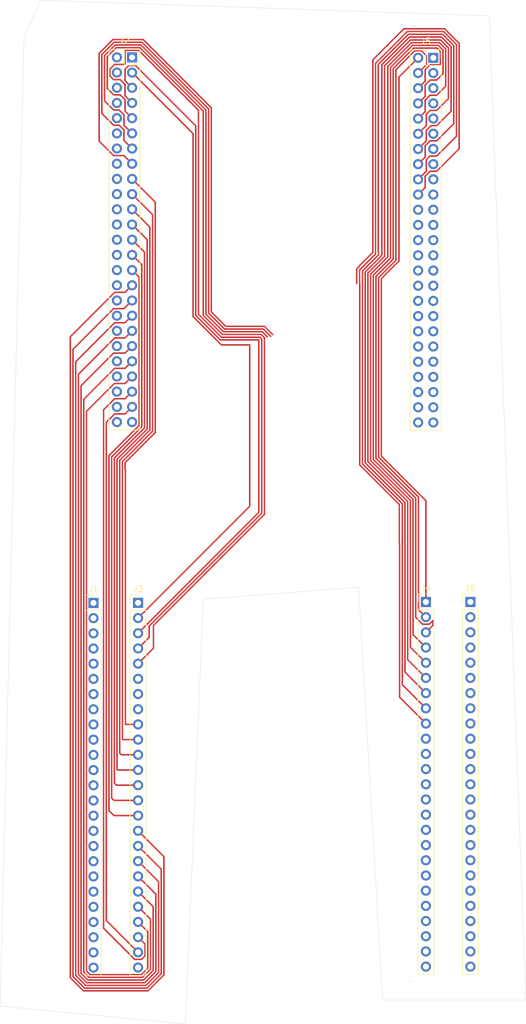
<source format=kicad_pcb>
(kicad_pcb (version 20171130) (host pcbnew "(5.1.6)-1")

  (general
    (thickness 1.6)
    (drawings 11)
    (tracks 378)
    (zones 0)
    (modules 6)
    (nets 92)
  )

  (page A4)
  (layers
    (0 F.Cu signal)
    (31 B.Cu signal)
    (32 B.Adhes user)
    (33 F.Adhes user)
    (34 B.Paste user)
    (35 F.Paste user)
    (36 B.SilkS user)
    (37 F.SilkS user)
    (38 B.Mask user)
    (39 F.Mask user)
    (40 Dwgs.User user)
    (41 Cmts.User user)
    (42 Eco1.User user)
    (43 Eco2.User user)
    (44 Edge.Cuts user)
    (45 Margin user)
    (46 B.CrtYd user)
    (47 F.CrtYd user)
    (48 B.Fab user)
    (49 F.Fab user)
  )

  (setup
    (last_trace_width 0.25)
    (user_trace_width 1.5)
    (trace_clearance 0.2)
    (zone_clearance 0.508)
    (zone_45_only no)
    (trace_min 0.2)
    (via_size 0.8)
    (via_drill 0.4)
    (via_min_size 0.4)
    (via_min_drill 0.3)
    (uvia_size 0.3)
    (uvia_drill 0.1)
    (uvias_allowed no)
    (uvia_min_size 0.2)
    (uvia_min_drill 0.1)
    (edge_width 0.05)
    (segment_width 0.2)
    (pcb_text_width 0.3)
    (pcb_text_size 1.5 1.5)
    (mod_edge_width 0.12)
    (mod_text_size 1 1)
    (mod_text_width 0.15)
    (pad_size 1.524 1.524)
    (pad_drill 0.762)
    (pad_to_mask_clearance 0.05)
    (aux_axis_origin 0 0)
    (visible_elements 7FFFFFFF)
    (pcbplotparams
      (layerselection 0x010fc_ffffffff)
      (usegerberextensions false)
      (usegerberattributes true)
      (usegerberadvancedattributes true)
      (creategerberjobfile true)
      (excludeedgelayer true)
      (linewidth 0.100000)
      (plotframeref false)
      (viasonmask false)
      (mode 1)
      (useauxorigin false)
      (hpglpennumber 1)
      (hpglpenspeed 20)
      (hpglpendiameter 15.000000)
      (psnegative false)
      (psa4output false)
      (plotreference true)
      (plotvalue true)
      (plotinvisibletext false)
      (padsonsilk false)
      (subtractmaskfromsilk false)
      (outputformat 1)
      (mirror false)
      (drillshape 1)
      (scaleselection 1)
      (outputdirectory ""))
  )

  (net 0 "")
  (net 1 GND)
  (net 2 /PD15)
  (net 3 /PD13)
  (net 4 /PD11)
  (net 5 /PD9)
  (net 6 /PB15)
  (net 7 /PB13)
  (net 8 /PB11)
  (net 9 /PE15)
  (net 10 /PE13)
  (net 11 /PE11)
  (net 12 /PE9)
  (net 13 /PE7)
  (net 14 /PB1)
  (net 15 /PC5)
  (net 16 /PA7)
  (net 17 /PA5)
  (net 18 /PA3)
  (net 19 /PA1)
  (net 20 /PC3)
  (net 21 /PC1)
  (net 22 /VDD)
  (net 23 /PC2)
  (net 24 /PC0)
  (net 25 /NRST)
  (net 26 /VDD1)
  (net 27 /NC)
  (net 28 /PD14)
  (net 29 /PD12)
  (net 30 /PD10)
  (net 31 /PD8)
  (net 32 /PB14)
  (net 33 /PB12)
  (net 34 /PB10)
  (net 35 /PE14)
  (net 36 /PE12)
  (net 37 /PE10)
  (net 38 /PE8)
  (net 39 /PB2)
  (net 40 /PB0)
  (net 41 /PC4)
  (net 42 /PA6)
  (net 43 /PA4)
  (net 44 /PA2)
  (net 45 /PA0)
  (net 46 /PC6)
  (net 47 /PC8)
  (net 48 /PA8)
  (net 49 /PA10)
  (net 50 /PA14)
  (net 51 /PC10)
  (net 52 /PC12)
  (net 53 /PD1)
  (net 54 /PD3)
  (net 55 /PD5)
  (net 56 /PD7)
  (net 57 /PB4)
  (net 58 /PB6)
  (net 59 /BOOTD)
  (net 60 /PB8)
  (net 61 /PE0)
  (net 62 /PE2)
  (net 63 /PE4)
  (net 64 /PE6)
  (net 65 /PC14)
  (net 66 /PH0)
  (net 67 /3V_1)
  (net 68 /5V_1)
  (net 69 /PC7)
  (net 70 /PC9)
  (net 71 /PA9)
  (net 72 /PA13)
  (net 73 /PA15)
  (net 74 /PC11)
  (net 75 /PD0)
  (net 76 /PD2)
  (net 77 /PD4)
  (net 78 /PD6)
  (net 79 /PB3)
  (net 80 /PB5)
  (net 81 /PB7)
  (net 82 /VDD2)
  (net 83 /PB9)
  (net 84 /PE1)
  (net 85 /PE3)
  (net 86 /PE5)
  (net 87 /PC13)
  (net 88 /PC15)
  (net 89 /PH1)
  (net 90 /3V_2)
  (net 91 /5V_2)

  (net_class Default "This is the default net class."
    (clearance 0.2)
    (trace_width 0.25)
    (via_dia 0.8)
    (via_drill 0.4)
    (uvia_dia 0.3)
    (uvia_drill 0.1)
    (add_net /3V_1)
    (add_net /3V_2)
    (add_net /5V_1)
    (add_net /5V_2)
    (add_net /BOOTD)
    (add_net /NC)
    (add_net /NRST)
    (add_net /PA0)
    (add_net /PA1)
    (add_net /PA10)
    (add_net /PA13)
    (add_net /PA14)
    (add_net /PA15)
    (add_net /PA2)
    (add_net /PA3)
    (add_net /PA4)
    (add_net /PA5)
    (add_net /PA6)
    (add_net /PA7)
    (add_net /PA8)
    (add_net /PA9)
    (add_net /PB0)
    (add_net /PB1)
    (add_net /PB10)
    (add_net /PB11)
    (add_net /PB12)
    (add_net /PB13)
    (add_net /PB14)
    (add_net /PB15)
    (add_net /PB2)
    (add_net /PB3)
    (add_net /PB4)
    (add_net /PB5)
    (add_net /PB6)
    (add_net /PB7)
    (add_net /PB8)
    (add_net /PB9)
    (add_net /PC0)
    (add_net /PC1)
    (add_net /PC10)
    (add_net /PC11)
    (add_net /PC12)
    (add_net /PC13)
    (add_net /PC14)
    (add_net /PC15)
    (add_net /PC2)
    (add_net /PC3)
    (add_net /PC4)
    (add_net /PC5)
    (add_net /PC6)
    (add_net /PC7)
    (add_net /PC8)
    (add_net /PC9)
    (add_net /PD0)
    (add_net /PD1)
    (add_net /PD10)
    (add_net /PD11)
    (add_net /PD12)
    (add_net /PD13)
    (add_net /PD14)
    (add_net /PD15)
    (add_net /PD2)
    (add_net /PD3)
    (add_net /PD4)
    (add_net /PD5)
    (add_net /PD6)
    (add_net /PD7)
    (add_net /PD8)
    (add_net /PD9)
    (add_net /PE0)
    (add_net /PE1)
    (add_net /PE10)
    (add_net /PE11)
    (add_net /PE12)
    (add_net /PE13)
    (add_net /PE14)
    (add_net /PE15)
    (add_net /PE2)
    (add_net /PE3)
    (add_net /PE4)
    (add_net /PE5)
    (add_net /PE6)
    (add_net /PE7)
    (add_net /PE8)
    (add_net /PE9)
    (add_net /PH0)
    (add_net /PH1)
    (add_net /VDD)
    (add_net /VDD1)
    (add_net /VDD2)
    (add_net GND)
  )

  (module Connector_PinSocket_2.54mm:PinSocket_2x25_P2.54mm_Vertical (layer F.Cu) (tedit 5A19A421) (tstamp 60A073C4)
    (at 131.08432 12.42568)
    (descr "Through hole straight socket strip, 2x25, 2.54mm pitch, double cols (from Kicad 4.0.7), script generated")
    (tags "Through hole socket strip THT 2x25 2.54mm double row")
    (path /60A04745)
    (fp_text reference J2 (at -1.27 -2.77) (layer F.SilkS)
      (effects (font (size 1 1) (thickness 0.15)))
    )
    (fp_text value Conn_02x25_Odd_Even (at -1.27 63.73) (layer F.Fab)
      (effects (font (size 1 1) (thickness 0.15)))
    )
    (fp_line (start -4.34 62.7) (end -4.34 -1.8) (layer F.CrtYd) (width 0.05))
    (fp_line (start 1.76 62.7) (end -4.34 62.7) (layer F.CrtYd) (width 0.05))
    (fp_line (start 1.76 -1.8) (end 1.76 62.7) (layer F.CrtYd) (width 0.05))
    (fp_line (start -4.34 -1.8) (end 1.76 -1.8) (layer F.CrtYd) (width 0.05))
    (fp_line (start 0 -1.33) (end 1.33 -1.33) (layer F.SilkS) (width 0.12))
    (fp_line (start 1.33 -1.33) (end 1.33 0) (layer F.SilkS) (width 0.12))
    (fp_line (start -1.27 -1.33) (end -1.27 1.27) (layer F.SilkS) (width 0.12))
    (fp_line (start -1.27 1.27) (end 1.33 1.27) (layer F.SilkS) (width 0.12))
    (fp_line (start 1.33 1.27) (end 1.33 62.29) (layer F.SilkS) (width 0.12))
    (fp_line (start -3.87 62.29) (end 1.33 62.29) (layer F.SilkS) (width 0.12))
    (fp_line (start -3.87 -1.33) (end -3.87 62.29) (layer F.SilkS) (width 0.12))
    (fp_line (start -3.87 -1.33) (end -1.27 -1.33) (layer F.SilkS) (width 0.12))
    (fp_line (start -3.81 62.23) (end -3.81 -1.27) (layer F.Fab) (width 0.1))
    (fp_line (start 1.27 62.23) (end -3.81 62.23) (layer F.Fab) (width 0.1))
    (fp_line (start 1.27 -0.27) (end 1.27 62.23) (layer F.Fab) (width 0.1))
    (fp_line (start 0.27 -1.27) (end 1.27 -0.27) (layer F.Fab) (width 0.1))
    (fp_line (start -3.81 -1.27) (end 0.27 -1.27) (layer F.Fab) (width 0.1))
    (fp_text user %R (at -1.27 30.48 90) (layer F.Fab)
      (effects (font (size 1 1) (thickness 0.15)))
    )
    (pad 50 thru_hole oval (at -2.54 60.96) (size 1.7 1.7) (drill 1) (layers *.Cu *.Mask)
      (net 1 GND))
    (pad 49 thru_hole oval (at 0 60.96) (size 1.7 1.7) (drill 1) (layers *.Cu *.Mask)
      (net 1 GND))
    (pad 48 thru_hole oval (at -2.54 58.42) (size 1.7 1.7) (drill 1) (layers *.Cu *.Mask)
      (net 2 /PD15))
    (pad 47 thru_hole oval (at 0 58.42) (size 1.7 1.7) (drill 1) (layers *.Cu *.Mask)
      (net 27 /NC))
    (pad 46 thru_hole oval (at -2.54 55.88) (size 1.7 1.7) (drill 1) (layers *.Cu *.Mask)
      (net 3 /PD13))
    (pad 45 thru_hole oval (at 0 55.88) (size 1.7 1.7) (drill 1) (layers *.Cu *.Mask)
      (net 28 /PD14))
    (pad 44 thru_hole oval (at -2.54 53.34) (size 1.7 1.7) (drill 1) (layers *.Cu *.Mask)
      (net 4 /PD11))
    (pad 43 thru_hole oval (at 0 53.34) (size 1.7 1.7) (drill 1) (layers *.Cu *.Mask)
      (net 29 /PD12))
    (pad 42 thru_hole oval (at -2.54 50.8) (size 1.7 1.7) (drill 1) (layers *.Cu *.Mask)
      (net 5 /PD9))
    (pad 41 thru_hole oval (at 0 50.8) (size 1.7 1.7) (drill 1) (layers *.Cu *.Mask)
      (net 30 /PD10))
    (pad 40 thru_hole oval (at -2.54 48.26) (size 1.7 1.7) (drill 1) (layers *.Cu *.Mask)
      (net 6 /PB15))
    (pad 39 thru_hole oval (at 0 48.26) (size 1.7 1.7) (drill 1) (layers *.Cu *.Mask)
      (net 31 /PD8))
    (pad 38 thru_hole oval (at -2.54 45.72) (size 1.7 1.7) (drill 1) (layers *.Cu *.Mask)
      (net 7 /PB13))
    (pad 37 thru_hole oval (at 0 45.72) (size 1.7 1.7) (drill 1) (layers *.Cu *.Mask)
      (net 32 /PB14))
    (pad 36 thru_hole oval (at -2.54 43.18) (size 1.7 1.7) (drill 1) (layers *.Cu *.Mask)
      (net 8 /PB11))
    (pad 35 thru_hole oval (at 0 43.18) (size 1.7 1.7) (drill 1) (layers *.Cu *.Mask)
      (net 33 /PB12))
    (pad 34 thru_hole oval (at -2.54 40.64) (size 1.7 1.7) (drill 1) (layers *.Cu *.Mask)
      (net 9 /PE15))
    (pad 33 thru_hole oval (at 0 40.64) (size 1.7 1.7) (drill 1) (layers *.Cu *.Mask)
      (net 34 /PB10))
    (pad 32 thru_hole oval (at -2.54 38.1) (size 1.7 1.7) (drill 1) (layers *.Cu *.Mask)
      (net 10 /PE13))
    (pad 31 thru_hole oval (at 0 38.1) (size 1.7 1.7) (drill 1) (layers *.Cu *.Mask)
      (net 35 /PE14))
    (pad 30 thru_hole oval (at -2.54 35.56) (size 1.7 1.7) (drill 1) (layers *.Cu *.Mask)
      (net 11 /PE11))
    (pad 29 thru_hole oval (at 0 35.56) (size 1.7 1.7) (drill 1) (layers *.Cu *.Mask)
      (net 36 /PE12))
    (pad 28 thru_hole oval (at -2.54 33.02) (size 1.7 1.7) (drill 1) (layers *.Cu *.Mask)
      (net 12 /PE9))
    (pad 27 thru_hole oval (at 0 33.02) (size 1.7 1.7) (drill 1) (layers *.Cu *.Mask)
      (net 37 /PE10))
    (pad 26 thru_hole oval (at -2.54 30.48) (size 1.7 1.7) (drill 1) (layers *.Cu *.Mask)
      (net 13 /PE7))
    (pad 25 thru_hole oval (at 0 30.48) (size 1.7 1.7) (drill 1) (layers *.Cu *.Mask)
      (net 38 /PE8))
    (pad 24 thru_hole oval (at -2.54 27.94) (size 1.7 1.7) (drill 1) (layers *.Cu *.Mask)
      (net 1 GND))
    (pad 23 thru_hole oval (at 0 27.94) (size 1.7 1.7) (drill 1) (layers *.Cu *.Mask)
      (net 39 /PB2))
    (pad 22 thru_hole oval (at -2.54 25.4) (size 1.7 1.7) (drill 1) (layers *.Cu *.Mask)
      (net 14 /PB1))
    (pad 21 thru_hole oval (at 0 25.4) (size 1.7 1.7) (drill 1) (layers *.Cu *.Mask)
      (net 40 /PB0))
    (pad 20 thru_hole oval (at -2.54 22.86) (size 1.7 1.7) (drill 1) (layers *.Cu *.Mask)
      (net 15 /PC5))
    (pad 19 thru_hole oval (at 0 22.86) (size 1.7 1.7) (drill 1) (layers *.Cu *.Mask)
      (net 41 /PC4))
    (pad 18 thru_hole oval (at -2.54 20.32) (size 1.7 1.7) (drill 1) (layers *.Cu *.Mask)
      (net 16 /PA7))
    (pad 17 thru_hole oval (at 0 20.32) (size 1.7 1.7) (drill 1) (layers *.Cu *.Mask)
      (net 42 /PA6))
    (pad 16 thru_hole oval (at -2.54 17.78) (size 1.7 1.7) (drill 1) (layers *.Cu *.Mask)
      (net 17 /PA5))
    (pad 15 thru_hole oval (at 0 17.78) (size 1.7 1.7) (drill 1) (layers *.Cu *.Mask)
      (net 43 /PA4))
    (pad 14 thru_hole oval (at -2.54 15.24) (size 1.7 1.7) (drill 1) (layers *.Cu *.Mask)
      (net 18 /PA3))
    (pad 13 thru_hole oval (at 0 15.24) (size 1.7 1.7) (drill 1) (layers *.Cu *.Mask)
      (net 44 /PA2))
    (pad 12 thru_hole oval (at -2.54 12.7) (size 1.7 1.7) (drill 1) (layers *.Cu *.Mask)
      (net 19 /PA1))
    (pad 11 thru_hole oval (at 0 12.7) (size 1.7 1.7) (drill 1) (layers *.Cu *.Mask)
      (net 45 /PA0))
    (pad 10 thru_hole oval (at -2.54 10.16) (size 1.7 1.7) (drill 1) (layers *.Cu *.Mask)
      (net 20 /PC3))
    (pad 9 thru_hole oval (at 0 10.16) (size 1.7 1.7) (drill 1) (layers *.Cu *.Mask)
      (net 23 /PC2))
    (pad 8 thru_hole oval (at -2.54 7.62) (size 1.7 1.7) (drill 1) (layers *.Cu *.Mask)
      (net 21 /PC1))
    (pad 7 thru_hole oval (at 0 7.62) (size 1.7 1.7) (drill 1) (layers *.Cu *.Mask)
      (net 24 /PC0))
    (pad 6 thru_hole oval (at -2.54 5.08) (size 1.7 1.7) (drill 1) (layers *.Cu *.Mask)
      (net 1 GND))
    (pad 5 thru_hole oval (at 0 5.08) (size 1.7 1.7) (drill 1) (layers *.Cu *.Mask)
      (net 25 /NRST))
    (pad 4 thru_hole oval (at -2.54 2.54) (size 1.7 1.7) (drill 1) (layers *.Cu *.Mask)
      (net 22 /VDD))
    (pad 3 thru_hole oval (at 0 2.54) (size 1.7 1.7) (drill 1) (layers *.Cu *.Mask)
      (net 26 /VDD1))
    (pad 2 thru_hole oval (at -2.54 0) (size 1.7 1.7) (drill 1) (layers *.Cu *.Mask)
      (net 1 GND))
    (pad 1 thru_hole rect (at 0 0) (size 1.7 1.7) (drill 1) (layers *.Cu *.Mask)
      (net 1 GND))
    (model ${KISYS3DMOD}/Connector_PinSocket_2.54mm.3dshapes/PinSocket_2x25_P2.54mm_Vertical.wrl
      (at (xyz 0 0 0))
      (scale (xyz 1 1 1))
      (rotate (xyz 0 0 0))
    )
  )

  (module Connector_PinHeader_2.54mm:PinHeader_1x25_P2.54mm_Vertical (layer F.Cu) (tedit 59FED5CC) (tstamp 60A07493)
    (at 187.706 103.4542)
    (descr "Through hole straight pin header, 1x25, 2.54mm pitch, single row")
    (tags "Through hole pin header THT 1x25 2.54mm single row")
    (path /60A10FD2)
    (fp_text reference J6 (at 0 -2.33) (layer F.SilkS)
      (effects (font (size 1 1) (thickness 0.15)))
    )
    (fp_text value Conn_01x25 (at 0 63.29) (layer F.Fab)
      (effects (font (size 1 1) (thickness 0.15)))
    )
    (fp_line (start 1.8 -1.8) (end -1.8 -1.8) (layer F.CrtYd) (width 0.05))
    (fp_line (start 1.8 62.75) (end 1.8 -1.8) (layer F.CrtYd) (width 0.05))
    (fp_line (start -1.8 62.75) (end 1.8 62.75) (layer F.CrtYd) (width 0.05))
    (fp_line (start -1.8 -1.8) (end -1.8 62.75) (layer F.CrtYd) (width 0.05))
    (fp_line (start -1.33 -1.33) (end 0 -1.33) (layer F.SilkS) (width 0.12))
    (fp_line (start -1.33 0) (end -1.33 -1.33) (layer F.SilkS) (width 0.12))
    (fp_line (start -1.33 1.27) (end 1.33 1.27) (layer F.SilkS) (width 0.12))
    (fp_line (start 1.33 1.27) (end 1.33 62.29) (layer F.SilkS) (width 0.12))
    (fp_line (start -1.33 1.27) (end -1.33 62.29) (layer F.SilkS) (width 0.12))
    (fp_line (start -1.33 62.29) (end 1.33 62.29) (layer F.SilkS) (width 0.12))
    (fp_line (start -1.27 -0.635) (end -0.635 -1.27) (layer F.Fab) (width 0.1))
    (fp_line (start -1.27 62.23) (end -1.27 -0.635) (layer F.Fab) (width 0.1))
    (fp_line (start 1.27 62.23) (end -1.27 62.23) (layer F.Fab) (width 0.1))
    (fp_line (start 1.27 -1.27) (end 1.27 62.23) (layer F.Fab) (width 0.1))
    (fp_line (start -0.635 -1.27) (end 1.27 -1.27) (layer F.Fab) (width 0.1))
    (fp_text user %R (at 0 30.48 90) (layer F.Fab)
      (effects (font (size 1 1) (thickness 0.15)))
    )
    (pad 25 thru_hole oval (at 0 60.96) (size 1.7 1.7) (drill 1) (layers *.Cu *.Mask)
      (net 1 GND))
    (pad 24 thru_hole oval (at 0 58.42) (size 1.7 1.7) (drill 1) (layers *.Cu *.Mask)
      (net 69 /PC7))
    (pad 23 thru_hole oval (at 0 55.88) (size 1.7 1.7) (drill 1) (layers *.Cu *.Mask)
      (net 70 /PC9))
    (pad 22 thru_hole oval (at 0 53.34) (size 1.7 1.7) (drill 1) (layers *.Cu *.Mask)
      (net 71 /PA9))
    (pad 21 thru_hole oval (at 0 50.8) (size 1.7 1.7) (drill 1) (layers *.Cu *.Mask)
      (net 72 /PA13))
    (pad 20 thru_hole oval (at 0 48.26) (size 1.7 1.7) (drill 1) (layers *.Cu *.Mask)
      (net 73 /PA15))
    (pad 19 thru_hole oval (at 0 45.72) (size 1.7 1.7) (drill 1) (layers *.Cu *.Mask)
      (net 74 /PC11))
    (pad 18 thru_hole oval (at 0 43.18) (size 1.7 1.7) (drill 1) (layers *.Cu *.Mask)
      (net 75 /PD0))
    (pad 17 thru_hole oval (at 0 40.64) (size 1.7 1.7) (drill 1) (layers *.Cu *.Mask)
      (net 76 /PD2))
    (pad 16 thru_hole oval (at 0 38.1) (size 1.7 1.7) (drill 1) (layers *.Cu *.Mask)
      (net 77 /PD4))
    (pad 15 thru_hole oval (at 0 35.56) (size 1.7 1.7) (drill 1) (layers *.Cu *.Mask)
      (net 78 /PD6))
    (pad 14 thru_hole oval (at 0 33.02) (size 1.7 1.7) (drill 1) (layers *.Cu *.Mask)
      (net 79 /PB3))
    (pad 13 thru_hole oval (at 0 30.48) (size 1.7 1.7) (drill 1) (layers *.Cu *.Mask)
      (net 80 /PB5))
    (pad 12 thru_hole oval (at 0 27.94) (size 1.7 1.7) (drill 1) (layers *.Cu *.Mask)
      (net 81 /PB7))
    (pad 11 thru_hole oval (at 0 25.4) (size 1.7 1.7) (drill 1) (layers *.Cu *.Mask)
      (net 82 /VDD2))
    (pad 10 thru_hole oval (at 0 22.86) (size 1.7 1.7) (drill 1) (layers *.Cu *.Mask)
      (net 83 /PB9))
    (pad 9 thru_hole oval (at 0 20.32) (size 1.7 1.7) (drill 1) (layers *.Cu *.Mask)
      (net 84 /PE1))
    (pad 8 thru_hole oval (at 0 17.78) (size 1.7 1.7) (drill 1) (layers *.Cu *.Mask)
      (net 85 /PE3))
    (pad 7 thru_hole oval (at 0 15.24) (size 1.7 1.7) (drill 1) (layers *.Cu *.Mask)
      (net 86 /PE5))
    (pad 6 thru_hole oval (at 0 12.7) (size 1.7 1.7) (drill 1) (layers *.Cu *.Mask)
      (net 87 /PC13))
    (pad 5 thru_hole oval (at 0 10.16) (size 1.7 1.7) (drill 1) (layers *.Cu *.Mask)
      (net 88 /PC15))
    (pad 4 thru_hole oval (at 0 7.62) (size 1.7 1.7) (drill 1) (layers *.Cu *.Mask)
      (net 89 /PH1))
    (pad 3 thru_hole oval (at 0 5.08) (size 1.7 1.7) (drill 1) (layers *.Cu *.Mask)
      (net 90 /3V_2))
    (pad 2 thru_hole oval (at 0 2.54) (size 1.7 1.7) (drill 1) (layers *.Cu *.Mask)
      (net 91 /5V_2))
    (pad 1 thru_hole rect (at 0 0) (size 1.7 1.7) (drill 1) (layers *.Cu *.Mask)
      (net 1 GND))
    (model ${KISYS3DMOD}/Connector_PinHeader_2.54mm.3dshapes/PinHeader_1x25_P2.54mm_Vertical.wrl
      (at (xyz 0 0 0))
      (scale (xyz 1 1 1))
      (rotate (xyz 0 0 0))
    )
  )

  (module Connector_PinSocket_2.54mm:PinSocket_2x25_P2.54mm_Vertical (layer F.Cu) (tedit 5A19A421) (tstamp 60A07466)
    (at 181.49824 12.4968)
    (descr "Through hole straight socket strip, 2x25, 2.54mm pitch, double cols (from Kicad 4.0.7), script generated")
    (tags "Through hole socket strip THT 2x25 2.54mm double row")
    (path /60A05522)
    (fp_text reference J5 (at -1.27 -2.77) (layer F.SilkS)
      (effects (font (size 1 1) (thickness 0.15)))
    )
    (fp_text value Conn_02x25_Odd_Even (at -1.27 63.73) (layer F.Fab)
      (effects (font (size 1 1) (thickness 0.15)))
    )
    (fp_line (start -4.34 62.7) (end -4.34 -1.8) (layer F.CrtYd) (width 0.05))
    (fp_line (start 1.76 62.7) (end -4.34 62.7) (layer F.CrtYd) (width 0.05))
    (fp_line (start 1.76 -1.8) (end 1.76 62.7) (layer F.CrtYd) (width 0.05))
    (fp_line (start -4.34 -1.8) (end 1.76 -1.8) (layer F.CrtYd) (width 0.05))
    (fp_line (start 0 -1.33) (end 1.33 -1.33) (layer F.SilkS) (width 0.12))
    (fp_line (start 1.33 -1.33) (end 1.33 0) (layer F.SilkS) (width 0.12))
    (fp_line (start -1.27 -1.33) (end -1.27 1.27) (layer F.SilkS) (width 0.12))
    (fp_line (start -1.27 1.27) (end 1.33 1.27) (layer F.SilkS) (width 0.12))
    (fp_line (start 1.33 1.27) (end 1.33 62.29) (layer F.SilkS) (width 0.12))
    (fp_line (start -3.87 62.29) (end 1.33 62.29) (layer F.SilkS) (width 0.12))
    (fp_line (start -3.87 -1.33) (end -3.87 62.29) (layer F.SilkS) (width 0.12))
    (fp_line (start -3.87 -1.33) (end -1.27 -1.33) (layer F.SilkS) (width 0.12))
    (fp_line (start -3.81 62.23) (end -3.81 -1.27) (layer F.Fab) (width 0.1))
    (fp_line (start 1.27 62.23) (end -3.81 62.23) (layer F.Fab) (width 0.1))
    (fp_line (start 1.27 -0.27) (end 1.27 62.23) (layer F.Fab) (width 0.1))
    (fp_line (start 0.27 -1.27) (end 1.27 -0.27) (layer F.Fab) (width 0.1))
    (fp_line (start -3.81 -1.27) (end 0.27 -1.27) (layer F.Fab) (width 0.1))
    (fp_text user %R (at -1.27 30.48 90) (layer F.Fab)
      (effects (font (size 1 1) (thickness 0.15)))
    )
    (pad 50 thru_hole oval (at -2.54 60.96) (size 1.7 1.7) (drill 1) (layers *.Cu *.Mask)
      (net 1 GND))
    (pad 49 thru_hole oval (at 0 60.96) (size 1.7 1.7) (drill 1) (layers *.Cu *.Mask)
      (net 1 GND))
    (pad 48 thru_hole oval (at -2.54 58.42) (size 1.7 1.7) (drill 1) (layers *.Cu *.Mask)
      (net 46 /PC6))
    (pad 47 thru_hole oval (at 0 58.42) (size 1.7 1.7) (drill 1) (layers *.Cu *.Mask)
      (net 69 /PC7))
    (pad 46 thru_hole oval (at -2.54 55.88) (size 1.7 1.7) (drill 1) (layers *.Cu *.Mask)
      (net 47 /PC8))
    (pad 45 thru_hole oval (at 0 55.88) (size 1.7 1.7) (drill 1) (layers *.Cu *.Mask)
      (net 70 /PC9))
    (pad 44 thru_hole oval (at -2.54 53.34) (size 1.7 1.7) (drill 1) (layers *.Cu *.Mask)
      (net 48 /PA8))
    (pad 43 thru_hole oval (at 0 53.34) (size 1.7 1.7) (drill 1) (layers *.Cu *.Mask)
      (net 71 /PA9))
    (pad 42 thru_hole oval (at -2.54 50.8) (size 1.7 1.7) (drill 1) (layers *.Cu *.Mask)
      (net 49 /PA10))
    (pad 41 thru_hole oval (at 0 50.8) (size 1.7 1.7) (drill 1) (layers *.Cu *.Mask)
      (net 72 /PA13))
    (pad 40 thru_hole oval (at -2.54 48.26) (size 1.7 1.7) (drill 1) (layers *.Cu *.Mask)
      (net 50 /PA14))
    (pad 39 thru_hole oval (at 0 48.26) (size 1.7 1.7) (drill 1) (layers *.Cu *.Mask)
      (net 73 /PA15))
    (pad 38 thru_hole oval (at -2.54 45.72) (size 1.7 1.7) (drill 1) (layers *.Cu *.Mask)
      (net 51 /PC10))
    (pad 37 thru_hole oval (at 0 45.72) (size 1.7 1.7) (drill 1) (layers *.Cu *.Mask)
      (net 74 /PC11))
    (pad 36 thru_hole oval (at -2.54 43.18) (size 1.7 1.7) (drill 1) (layers *.Cu *.Mask)
      (net 52 /PC12))
    (pad 35 thru_hole oval (at 0 43.18) (size 1.7 1.7) (drill 1) (layers *.Cu *.Mask)
      (net 75 /PD0))
    (pad 34 thru_hole oval (at -2.54 40.64) (size 1.7 1.7) (drill 1) (layers *.Cu *.Mask)
      (net 53 /PD1))
    (pad 33 thru_hole oval (at 0 40.64) (size 1.7 1.7) (drill 1) (layers *.Cu *.Mask)
      (net 76 /PD2))
    (pad 32 thru_hole oval (at -2.54 38.1) (size 1.7 1.7) (drill 1) (layers *.Cu *.Mask)
      (net 54 /PD3))
    (pad 31 thru_hole oval (at 0 38.1) (size 1.7 1.7) (drill 1) (layers *.Cu *.Mask)
      (net 77 /PD4))
    (pad 30 thru_hole oval (at -2.54 35.56) (size 1.7 1.7) (drill 1) (layers *.Cu *.Mask)
      (net 55 /PD5))
    (pad 29 thru_hole oval (at 0 35.56) (size 1.7 1.7) (drill 1) (layers *.Cu *.Mask)
      (net 78 /PD6))
    (pad 28 thru_hole oval (at -2.54 33.02) (size 1.7 1.7) (drill 1) (layers *.Cu *.Mask)
      (net 56 /PD7))
    (pad 27 thru_hole oval (at 0 33.02) (size 1.7 1.7) (drill 1) (layers *.Cu *.Mask)
      (net 79 /PB3))
    (pad 26 thru_hole oval (at -2.54 30.48) (size 1.7 1.7) (drill 1) (layers *.Cu *.Mask)
      (net 57 /PB4))
    (pad 25 thru_hole oval (at 0 30.48) (size 1.7 1.7) (drill 1) (layers *.Cu *.Mask)
      (net 80 /PB5))
    (pad 24 thru_hole oval (at -2.54 27.94) (size 1.7 1.7) (drill 1) (layers *.Cu *.Mask)
      (net 58 /PB6))
    (pad 23 thru_hole oval (at 0 27.94) (size 1.7 1.7) (drill 1) (layers *.Cu *.Mask)
      (net 81 /PB7))
    (pad 22 thru_hole oval (at -2.54 25.4) (size 1.7 1.7) (drill 1) (layers *.Cu *.Mask)
      (net 59 /BOOTD))
    (pad 21 thru_hole oval (at 0 25.4) (size 1.7 1.7) (drill 1) (layers *.Cu *.Mask)
      (net 82 /VDD2))
    (pad 20 thru_hole oval (at -2.54 22.86) (size 1.7 1.7) (drill 1) (layers *.Cu *.Mask)
      (net 60 /PB8))
    (pad 19 thru_hole oval (at 0 22.86) (size 1.7 1.7) (drill 1) (layers *.Cu *.Mask)
      (net 83 /PB9))
    (pad 18 thru_hole oval (at -2.54 20.32) (size 1.7 1.7) (drill 1) (layers *.Cu *.Mask)
      (net 61 /PE0))
    (pad 17 thru_hole oval (at 0 20.32) (size 1.7 1.7) (drill 1) (layers *.Cu *.Mask)
      (net 84 /PE1))
    (pad 16 thru_hole oval (at -2.54 17.78) (size 1.7 1.7) (drill 1) (layers *.Cu *.Mask)
      (net 62 /PE2))
    (pad 15 thru_hole oval (at 0 17.78) (size 1.7 1.7) (drill 1) (layers *.Cu *.Mask)
      (net 85 /PE3))
    (pad 14 thru_hole oval (at -2.54 15.24) (size 1.7 1.7) (drill 1) (layers *.Cu *.Mask)
      (net 63 /PE4))
    (pad 13 thru_hole oval (at 0 15.24) (size 1.7 1.7) (drill 1) (layers *.Cu *.Mask)
      (net 86 /PE5))
    (pad 12 thru_hole oval (at -2.54 12.7) (size 1.7 1.7) (drill 1) (layers *.Cu *.Mask)
      (net 64 /PE6))
    (pad 11 thru_hole oval (at 0 12.7) (size 1.7 1.7) (drill 1) (layers *.Cu *.Mask)
      (net 87 /PC13))
    (pad 10 thru_hole oval (at -2.54 10.16) (size 1.7 1.7) (drill 1) (layers *.Cu *.Mask)
      (net 65 /PC14))
    (pad 9 thru_hole oval (at 0 10.16) (size 1.7 1.7) (drill 1) (layers *.Cu *.Mask)
      (net 88 /PC15))
    (pad 8 thru_hole oval (at -2.54 7.62) (size 1.7 1.7) (drill 1) (layers *.Cu *.Mask)
      (net 66 /PH0))
    (pad 7 thru_hole oval (at 0 7.62) (size 1.7 1.7) (drill 1) (layers *.Cu *.Mask)
      (net 89 /PH1))
    (pad 6 thru_hole oval (at -2.54 5.08) (size 1.7 1.7) (drill 1) (layers *.Cu *.Mask)
      (net 67 /3V_1))
    (pad 5 thru_hole oval (at 0 5.08) (size 1.7 1.7) (drill 1) (layers *.Cu *.Mask)
      (net 90 /3V_2))
    (pad 4 thru_hole oval (at -2.54 2.54) (size 1.7 1.7) (drill 1) (layers *.Cu *.Mask)
      (net 68 /5V_1))
    (pad 3 thru_hole oval (at 0 2.54) (size 1.7 1.7) (drill 1) (layers *.Cu *.Mask)
      (net 91 /5V_2))
    (pad 2 thru_hole oval (at -2.54 0) (size 1.7 1.7) (drill 1) (layers *.Cu *.Mask)
      (net 1 GND))
    (pad 1 thru_hole rect (at 0 0) (size 1.7 1.7) (drill 1) (layers *.Cu *.Mask)
      (net 1 GND))
    (model ${KISYS3DMOD}/Connector_PinSocket_2.54mm.3dshapes/PinSocket_2x25_P2.54mm_Vertical.wrl
      (at (xyz 0 0 0))
      (scale (xyz 1 1 1))
      (rotate (xyz 0 0 0))
    )
  )

  (module Connector_PinHeader_2.54mm:PinHeader_1x25_P2.54mm_Vertical (layer F.Cu) (tedit 59FED5CC) (tstamp 60A0741E)
    (at 180.25872 103.45928)
    (descr "Through hole straight pin header, 1x25, 2.54mm pitch, single row")
    (tags "Through hole pin header THT 1x25 2.54mm single row")
    (path /60A0EC10)
    (fp_text reference J4 (at 0 -2.33) (layer F.SilkS)
      (effects (font (size 1 1) (thickness 0.15)))
    )
    (fp_text value Conn_01x25 (at 0 63.29) (layer F.Fab)
      (effects (font (size 1 1) (thickness 0.15)))
    )
    (fp_line (start 1.8 -1.8) (end -1.8 -1.8) (layer F.CrtYd) (width 0.05))
    (fp_line (start 1.8 62.75) (end 1.8 -1.8) (layer F.CrtYd) (width 0.05))
    (fp_line (start -1.8 62.75) (end 1.8 62.75) (layer F.CrtYd) (width 0.05))
    (fp_line (start -1.8 -1.8) (end -1.8 62.75) (layer F.CrtYd) (width 0.05))
    (fp_line (start -1.33 -1.33) (end 0 -1.33) (layer F.SilkS) (width 0.12))
    (fp_line (start -1.33 0) (end -1.33 -1.33) (layer F.SilkS) (width 0.12))
    (fp_line (start -1.33 1.27) (end 1.33 1.27) (layer F.SilkS) (width 0.12))
    (fp_line (start 1.33 1.27) (end 1.33 62.29) (layer F.SilkS) (width 0.12))
    (fp_line (start -1.33 1.27) (end -1.33 62.29) (layer F.SilkS) (width 0.12))
    (fp_line (start -1.33 62.29) (end 1.33 62.29) (layer F.SilkS) (width 0.12))
    (fp_line (start -1.27 -0.635) (end -0.635 -1.27) (layer F.Fab) (width 0.1))
    (fp_line (start -1.27 62.23) (end -1.27 -0.635) (layer F.Fab) (width 0.1))
    (fp_line (start 1.27 62.23) (end -1.27 62.23) (layer F.Fab) (width 0.1))
    (fp_line (start 1.27 -1.27) (end 1.27 62.23) (layer F.Fab) (width 0.1))
    (fp_line (start -0.635 -1.27) (end 1.27 -1.27) (layer F.Fab) (width 0.1))
    (fp_text user %R (at 0 30.48 90) (layer F.Fab)
      (effects (font (size 1 1) (thickness 0.15)))
    )
    (pad 25 thru_hole oval (at 0 60.96) (size 1.7 1.7) (drill 1) (layers *.Cu *.Mask)
      (net 1 GND))
    (pad 24 thru_hole oval (at 0 58.42) (size 1.7 1.7) (drill 1) (layers *.Cu *.Mask)
      (net 46 /PC6))
    (pad 23 thru_hole oval (at 0 55.88) (size 1.7 1.7) (drill 1) (layers *.Cu *.Mask)
      (net 47 /PC8))
    (pad 22 thru_hole oval (at 0 53.34) (size 1.7 1.7) (drill 1) (layers *.Cu *.Mask)
      (net 48 /PA8))
    (pad 21 thru_hole oval (at 0 50.8) (size 1.7 1.7) (drill 1) (layers *.Cu *.Mask)
      (net 49 /PA10))
    (pad 20 thru_hole oval (at 0 48.26) (size 1.7 1.7) (drill 1) (layers *.Cu *.Mask)
      (net 50 /PA14))
    (pad 19 thru_hole oval (at 0 45.72) (size 1.7 1.7) (drill 1) (layers *.Cu *.Mask)
      (net 51 /PC10))
    (pad 18 thru_hole oval (at 0 43.18) (size 1.7 1.7) (drill 1) (layers *.Cu *.Mask)
      (net 52 /PC12))
    (pad 17 thru_hole oval (at 0 40.64) (size 1.7 1.7) (drill 1) (layers *.Cu *.Mask)
      (net 53 /PD1))
    (pad 16 thru_hole oval (at 0 38.1) (size 1.7 1.7) (drill 1) (layers *.Cu *.Mask)
      (net 54 /PD3))
    (pad 15 thru_hole oval (at 0 35.56) (size 1.7 1.7) (drill 1) (layers *.Cu *.Mask)
      (net 55 /PD5))
    (pad 14 thru_hole oval (at 0 33.02) (size 1.7 1.7) (drill 1) (layers *.Cu *.Mask)
      (net 56 /PD7))
    (pad 13 thru_hole oval (at 0 30.48) (size 1.7 1.7) (drill 1) (layers *.Cu *.Mask)
      (net 57 /PB4))
    (pad 12 thru_hole oval (at 0 27.94) (size 1.7 1.7) (drill 1) (layers *.Cu *.Mask)
      (net 58 /PB6))
    (pad 11 thru_hole oval (at 0 25.4) (size 1.7 1.7) (drill 1) (layers *.Cu *.Mask)
      (net 59 /BOOTD))
    (pad 10 thru_hole oval (at 0 22.86) (size 1.7 1.7) (drill 1) (layers *.Cu *.Mask)
      (net 60 /PB8))
    (pad 9 thru_hole oval (at 0 20.32) (size 1.7 1.7) (drill 1) (layers *.Cu *.Mask)
      (net 61 /PE0))
    (pad 8 thru_hole oval (at 0 17.78) (size 1.7 1.7) (drill 1) (layers *.Cu *.Mask)
      (net 62 /PE2))
    (pad 7 thru_hole oval (at 0 15.24) (size 1.7 1.7) (drill 1) (layers *.Cu *.Mask)
      (net 63 /PE4))
    (pad 6 thru_hole oval (at 0 12.7) (size 1.7 1.7) (drill 1) (layers *.Cu *.Mask)
      (net 64 /PE6))
    (pad 5 thru_hole oval (at 0 10.16) (size 1.7 1.7) (drill 1) (layers *.Cu *.Mask)
      (net 65 /PC14))
    (pad 4 thru_hole oval (at 0 7.62) (size 1.7 1.7) (drill 1) (layers *.Cu *.Mask)
      (net 66 /PH0))
    (pad 3 thru_hole oval (at 0 5.08) (size 1.7 1.7) (drill 1) (layers *.Cu *.Mask)
      (net 67 /3V_1))
    (pad 2 thru_hole oval (at 0 2.54) (size 1.7 1.7) (drill 1) (layers *.Cu *.Mask)
      (net 68 /5V_1))
    (pad 1 thru_hole rect (at 0 0) (size 1.7 1.7) (drill 1) (layers *.Cu *.Mask)
      (net 1 GND))
    (model ${KISYS3DMOD}/Connector_PinHeader_2.54mm.3dshapes/PinHeader_1x25_P2.54mm_Vertical.wrl
      (at (xyz 0 0 0))
      (scale (xyz 1 1 1))
      (rotate (xyz 0 0 0))
    )
  )

  (module Connector_PinHeader_2.54mm:PinHeader_1x25_P2.54mm_Vertical (layer F.Cu) (tedit 59FED5CC) (tstamp 60A073F1)
    (at 132.08508 103.6066)
    (descr "Through hole straight pin header, 1x25, 2.54mm pitch, single row")
    (tags "Through hole pin header THT 1x25 2.54mm single row")
    (path /60A0DDA3)
    (fp_text reference J3 (at 0 -2.33) (layer F.SilkS)
      (effects (font (size 1 1) (thickness 0.15)))
    )
    (fp_text value Conn_01x25 (at 0 63.29) (layer F.Fab)
      (effects (font (size 1 1) (thickness 0.15)))
    )
    (fp_line (start 1.8 -1.8) (end -1.8 -1.8) (layer F.CrtYd) (width 0.05))
    (fp_line (start 1.8 62.75) (end 1.8 -1.8) (layer F.CrtYd) (width 0.05))
    (fp_line (start -1.8 62.75) (end 1.8 62.75) (layer F.CrtYd) (width 0.05))
    (fp_line (start -1.8 -1.8) (end -1.8 62.75) (layer F.CrtYd) (width 0.05))
    (fp_line (start -1.33 -1.33) (end 0 -1.33) (layer F.SilkS) (width 0.12))
    (fp_line (start -1.33 0) (end -1.33 -1.33) (layer F.SilkS) (width 0.12))
    (fp_line (start -1.33 1.27) (end 1.33 1.27) (layer F.SilkS) (width 0.12))
    (fp_line (start 1.33 1.27) (end 1.33 62.29) (layer F.SilkS) (width 0.12))
    (fp_line (start -1.33 1.27) (end -1.33 62.29) (layer F.SilkS) (width 0.12))
    (fp_line (start -1.33 62.29) (end 1.33 62.29) (layer F.SilkS) (width 0.12))
    (fp_line (start -1.27 -0.635) (end -0.635 -1.27) (layer F.Fab) (width 0.1))
    (fp_line (start -1.27 62.23) (end -1.27 -0.635) (layer F.Fab) (width 0.1))
    (fp_line (start 1.27 62.23) (end -1.27 62.23) (layer F.Fab) (width 0.1))
    (fp_line (start 1.27 -1.27) (end 1.27 62.23) (layer F.Fab) (width 0.1))
    (fp_line (start -0.635 -1.27) (end 1.27 -1.27) (layer F.Fab) (width 0.1))
    (fp_text user %R (at 0 30.48 90) (layer F.Fab)
      (effects (font (size 1 1) (thickness 0.15)))
    )
    (pad 25 thru_hole oval (at 0 60.96) (size 1.7 1.7) (drill 1) (layers *.Cu *.Mask)
      (net 1 GND))
    (pad 24 thru_hole oval (at 0 58.42) (size 1.7 1.7) (drill 1) (layers *.Cu *.Mask)
      (net 27 /NC))
    (pad 23 thru_hole oval (at 0 55.88) (size 1.7 1.7) (drill 1) (layers *.Cu *.Mask)
      (net 28 /PD14))
    (pad 22 thru_hole oval (at 0 53.34) (size 1.7 1.7) (drill 1) (layers *.Cu *.Mask)
      (net 29 /PD12))
    (pad 21 thru_hole oval (at 0 50.8) (size 1.7 1.7) (drill 1) (layers *.Cu *.Mask)
      (net 30 /PD10))
    (pad 20 thru_hole oval (at 0 48.26) (size 1.7 1.7) (drill 1) (layers *.Cu *.Mask)
      (net 31 /PD8))
    (pad 19 thru_hole oval (at 0 45.72) (size 1.7 1.7) (drill 1) (layers *.Cu *.Mask)
      (net 32 /PB14))
    (pad 18 thru_hole oval (at 0 43.18) (size 1.7 1.7) (drill 1) (layers *.Cu *.Mask)
      (net 33 /PB12))
    (pad 17 thru_hole oval (at 0 40.64) (size 1.7 1.7) (drill 1) (layers *.Cu *.Mask)
      (net 34 /PB10))
    (pad 16 thru_hole oval (at 0 38.1) (size 1.7 1.7) (drill 1) (layers *.Cu *.Mask)
      (net 35 /PE14))
    (pad 15 thru_hole oval (at 0 35.56) (size 1.7 1.7) (drill 1) (layers *.Cu *.Mask)
      (net 36 /PE12))
    (pad 14 thru_hole oval (at 0 33.02) (size 1.7 1.7) (drill 1) (layers *.Cu *.Mask)
      (net 37 /PE10))
    (pad 13 thru_hole oval (at 0 30.48) (size 1.7 1.7) (drill 1) (layers *.Cu *.Mask)
      (net 38 /PE8))
    (pad 12 thru_hole oval (at 0 27.94) (size 1.7 1.7) (drill 1) (layers *.Cu *.Mask)
      (net 39 /PB2))
    (pad 11 thru_hole oval (at 0 25.4) (size 1.7 1.7) (drill 1) (layers *.Cu *.Mask)
      (net 40 /PB0))
    (pad 10 thru_hole oval (at 0 22.86) (size 1.7 1.7) (drill 1) (layers *.Cu *.Mask)
      (net 41 /PC4))
    (pad 9 thru_hole oval (at 0 20.32) (size 1.7 1.7) (drill 1) (layers *.Cu *.Mask)
      (net 42 /PA6))
    (pad 8 thru_hole oval (at 0 17.78) (size 1.7 1.7) (drill 1) (layers *.Cu *.Mask)
      (net 43 /PA4))
    (pad 7 thru_hole oval (at 0 15.24) (size 1.7 1.7) (drill 1) (layers *.Cu *.Mask)
      (net 44 /PA2))
    (pad 6 thru_hole oval (at 0 12.7) (size 1.7 1.7) (drill 1) (layers *.Cu *.Mask)
      (net 45 /PA0))
    (pad 5 thru_hole oval (at 0 10.16) (size 1.7 1.7) (drill 1) (layers *.Cu *.Mask)
      (net 23 /PC2))
    (pad 4 thru_hole oval (at 0 7.62) (size 1.7 1.7) (drill 1) (layers *.Cu *.Mask)
      (net 24 /PC0))
    (pad 3 thru_hole oval (at 0 5.08) (size 1.7 1.7) (drill 1) (layers *.Cu *.Mask)
      (net 25 /NRST))
    (pad 2 thru_hole oval (at 0 2.54) (size 1.7 1.7) (drill 1) (layers *.Cu *.Mask)
      (net 26 /VDD1))
    (pad 1 thru_hole rect (at 0 0) (size 1.7 1.7) (drill 1) (layers *.Cu *.Mask)
      (net 1 GND))
    (model ${KISYS3DMOD}/Connector_PinHeader_2.54mm.3dshapes/PinHeader_1x25_P2.54mm_Vertical.wrl
      (at (xyz 0 0 0))
      (scale (xyz 1 1 1))
      (rotate (xyz 0 0 0))
    )
  )

  (module Connector_PinHeader_2.54mm:PinHeader_1x25_P2.54mm_Vertical (layer F.Cu) (tedit 59FED5CC) (tstamp 60A0737C)
    (at 124.61748 103.62184)
    (descr "Through hole straight pin header, 1x25, 2.54mm pitch, single row")
    (tags "Through hole pin header THT 1x25 2.54mm single row")
    (path /60A0B83C)
    (fp_text reference J1 (at 0 -2.33) (layer F.SilkS)
      (effects (font (size 1 1) (thickness 0.15)))
    )
    (fp_text value Conn_01x25 (at 0 63.29) (layer F.Fab)
      (effects (font (size 1 1) (thickness 0.15)))
    )
    (fp_line (start 1.8 -1.8) (end -1.8 -1.8) (layer F.CrtYd) (width 0.05))
    (fp_line (start 1.8 62.75) (end 1.8 -1.8) (layer F.CrtYd) (width 0.05))
    (fp_line (start -1.8 62.75) (end 1.8 62.75) (layer F.CrtYd) (width 0.05))
    (fp_line (start -1.8 -1.8) (end -1.8 62.75) (layer F.CrtYd) (width 0.05))
    (fp_line (start -1.33 -1.33) (end 0 -1.33) (layer F.SilkS) (width 0.12))
    (fp_line (start -1.33 0) (end -1.33 -1.33) (layer F.SilkS) (width 0.12))
    (fp_line (start -1.33 1.27) (end 1.33 1.27) (layer F.SilkS) (width 0.12))
    (fp_line (start 1.33 1.27) (end 1.33 62.29) (layer F.SilkS) (width 0.12))
    (fp_line (start -1.33 1.27) (end -1.33 62.29) (layer F.SilkS) (width 0.12))
    (fp_line (start -1.33 62.29) (end 1.33 62.29) (layer F.SilkS) (width 0.12))
    (fp_line (start -1.27 -0.635) (end -0.635 -1.27) (layer F.Fab) (width 0.1))
    (fp_line (start -1.27 62.23) (end -1.27 -0.635) (layer F.Fab) (width 0.1))
    (fp_line (start 1.27 62.23) (end -1.27 62.23) (layer F.Fab) (width 0.1))
    (fp_line (start 1.27 -1.27) (end 1.27 62.23) (layer F.Fab) (width 0.1))
    (fp_line (start -0.635 -1.27) (end 1.27 -1.27) (layer F.Fab) (width 0.1))
    (fp_text user %R (at 0 30.48 90) (layer F.Fab)
      (effects (font (size 1 1) (thickness 0.15)))
    )
    (pad 25 thru_hole oval (at 0 60.96) (size 1.7 1.7) (drill 1) (layers *.Cu *.Mask)
      (net 1 GND))
    (pad 24 thru_hole oval (at 0 58.42) (size 1.7 1.7) (drill 1) (layers *.Cu *.Mask)
      (net 2 /PD15))
    (pad 23 thru_hole oval (at 0 55.88) (size 1.7 1.7) (drill 1) (layers *.Cu *.Mask)
      (net 3 /PD13))
    (pad 22 thru_hole oval (at 0 53.34) (size 1.7 1.7) (drill 1) (layers *.Cu *.Mask)
      (net 4 /PD11))
    (pad 21 thru_hole oval (at 0 50.8) (size 1.7 1.7) (drill 1) (layers *.Cu *.Mask)
      (net 5 /PD9))
    (pad 20 thru_hole oval (at 0 48.26) (size 1.7 1.7) (drill 1) (layers *.Cu *.Mask)
      (net 6 /PB15))
    (pad 19 thru_hole oval (at 0 45.72) (size 1.7 1.7) (drill 1) (layers *.Cu *.Mask)
      (net 7 /PB13))
    (pad 18 thru_hole oval (at 0 43.18) (size 1.7 1.7) (drill 1) (layers *.Cu *.Mask)
      (net 8 /PB11))
    (pad 17 thru_hole oval (at 0 40.64) (size 1.7 1.7) (drill 1) (layers *.Cu *.Mask)
      (net 9 /PE15))
    (pad 16 thru_hole oval (at 0 38.1) (size 1.7 1.7) (drill 1) (layers *.Cu *.Mask)
      (net 10 /PE13))
    (pad 15 thru_hole oval (at 0 35.56) (size 1.7 1.7) (drill 1) (layers *.Cu *.Mask)
      (net 11 /PE11))
    (pad 14 thru_hole oval (at 0 33.02) (size 1.7 1.7) (drill 1) (layers *.Cu *.Mask)
      (net 12 /PE9))
    (pad 13 thru_hole oval (at 0 30.48) (size 1.7 1.7) (drill 1) (layers *.Cu *.Mask)
      (net 13 /PE7))
    (pad 12 thru_hole oval (at 0 27.94) (size 1.7 1.7) (drill 1) (layers *.Cu *.Mask)
      (net 1 GND))
    (pad 11 thru_hole oval (at 0 25.4) (size 1.7 1.7) (drill 1) (layers *.Cu *.Mask)
      (net 14 /PB1))
    (pad 10 thru_hole oval (at 0 22.86) (size 1.7 1.7) (drill 1) (layers *.Cu *.Mask)
      (net 15 /PC5))
    (pad 9 thru_hole oval (at 0 20.32) (size 1.7 1.7) (drill 1) (layers *.Cu *.Mask)
      (net 16 /PA7))
    (pad 8 thru_hole oval (at 0 17.78) (size 1.7 1.7) (drill 1) (layers *.Cu *.Mask)
      (net 17 /PA5))
    (pad 7 thru_hole oval (at 0 15.24) (size 1.7 1.7) (drill 1) (layers *.Cu *.Mask)
      (net 18 /PA3))
    (pad 6 thru_hole oval (at 0 12.7) (size 1.7 1.7) (drill 1) (layers *.Cu *.Mask)
      (net 19 /PA1))
    (pad 5 thru_hole oval (at 0 10.16) (size 1.7 1.7) (drill 1) (layers *.Cu *.Mask)
      (net 20 /PC3))
    (pad 4 thru_hole oval (at 0 7.62) (size 1.7 1.7) (drill 1) (layers *.Cu *.Mask)
      (net 21 /PC1))
    (pad 3 thru_hole oval (at 0 5.08) (size 1.7 1.7) (drill 1) (layers *.Cu *.Mask)
      (net 1 GND))
    (pad 2 thru_hole oval (at 0 2.54) (size 1.7 1.7) (drill 1) (layers *.Cu *.Mask)
      (net 22 /VDD))
    (pad 1 thru_hole rect (at 0 0) (size 1.7 1.7) (drill 1) (layers *.Cu *.Mask)
      (net 1 GND))
    (model ${KISYS3DMOD}/Connector_PinHeader_2.54mm.3dshapes/PinHeader_1x25_P2.54mm_Vertical.wrl
      (at (xyz 0 0 0))
      (scale (xyz 1 1 1))
      (rotate (xyz 0 0 0))
    )
  )

  (gr_line (start 115.78 2.86) (end 113 9) (layer Edge.Cuts) (width 0.05) (tstamp 60E3672D))
  (gr_line (start 190.88 5.5) (end 115.78 2.86) (layer Edge.Cuts) (width 0.05))
  (gr_line (start 191 9) (end 190.88 5.5) (layer Edge.Cuts) (width 0.05))
  (gr_line (start 140 174) (end 109 171) (layer Edge.Cuts) (width 0.05) (tstamp 60B6150B))
  (gr_line (start 143 103) (end 140 174) (layer Edge.Cuts) (width 0.05))
  (gr_line (start 169 101) (end 143 103) (layer Edge.Cuts) (width 0.05))
  (gr_line (start 173 170) (end 169 101) (layer Edge.Cuts) (width 0.05))
  (gr_line (start 197 170) (end 173 170) (layer Edge.Cuts) (width 0.05))
  (gr_line (start 109 171) (end 113 9) (layer Edge.Cuts) (width 0.05) (tstamp 60B60D74))
  (gr_line (start 191 9) (end 197 170) (layer Edge.Cuts) (width 0.05))
  (gr_line (start 177.80508 166.9034) (end 177.09896 166.89832) (layer Edge.Cuts) (width 0.05))

  (segment (start 175.75 15.70504) (end 178.95824 12.4968) (width 0.25) (layer F.Cu) (net 1))
  (segment (start 172.8 49.41) (end 175.75 46.46) (width 0.25) (layer F.Cu) (net 1))
  (segment (start 175.75 46.46) (end 175.75 15.70504) (width 0.25) (layer F.Cu) (net 1))
  (segment (start 180.25872 86.53272) (end 172.8 79.074) (width 0.25) (layer F.Cu) (net 1))
  (segment (start 180.25872 103.45928) (end 180.25872 86.53272) (width 0.25) (layer F.Cu) (net 1))
  (segment (start 172.8 79.074) (end 172.8 49.41) (width 0.25) (layer F.Cu) (net 1))
  (segment (start 129.909319 21.410679) (end 131.08432 22.58568) (width 0.25) (layer F.Cu) (net 23))
  (segment (start 129.909319 19.507089) (end 129.909319 21.410679) (width 0.25) (layer F.Cu) (net 23))
  (segment (start 127.980319 18.680681) (end 129.082911 18.680681) (width 0.25) (layer F.Cu) (net 23))
  (segment (start 126.91931 17.619672) (end 127.980319 18.680681) (width 0.25) (layer F.Cu) (net 23))
  (segment (start 128.430328 10.80067) (end 126.91931 12.311688) (width 0.25) (layer F.Cu) (net 23))
  (segment (start 132.380722 10.80067) (end 128.430328 10.80067) (width 0.25) (layer F.Cu) (net 23))
  (segment (start 153.23001 59.36719) (end 153.27 59.3272) (width 0.25) (layer F.Cu) (net 23))
  (segment (start 142.99 21.409948) (end 132.380722 10.80067) (width 0.25) (layer F.Cu) (net 23))
  (segment (start 134.66225 107.38225) (end 153.23001 88.81449) (width 0.25) (layer F.Cu) (net 23))
  (segment (start 132.08508 113.7666) (end 134.66225 111.18943) (width 0.25) (layer F.Cu) (net 23))
  (segment (start 126.91931 12.311688) (end 126.91931 17.619672) (width 0.25) (layer F.Cu) (net 23))
  (segment (start 153.23001 88.81449) (end 153.23001 59.36719) (width 0.25) (layer F.Cu) (net 23))
  (segment (start 134.66225 111.18943) (end 134.66225 107.38225) (width 0.25) (layer F.Cu) (net 23))
  (segment (start 153.27 59.3272) (end 152.682791 58.739991) (width 0.25) (layer F.Cu) (net 23))
  (segment (start 146.190009 58.739991) (end 146.189615 58.740385) (width 0.25) (layer F.Cu) (net 23))
  (segment (start 129.082911 18.680681) (end 129.909319 19.507089) (width 0.25) (layer F.Cu) (net 23))
  (segment (start 152.682791 58.739991) (end 146.190009 58.739991) (width 0.25) (layer F.Cu) (net 23))
  (segment (start 146.189615 58.740385) (end 142.99 55.54077) (width 0.25) (layer F.Cu) (net 23))
  (segment (start 142.99 55.54077) (end 142.99 21.409948) (width 0.25) (layer F.Cu) (net 23))
  (segment (start 142.19002 21.246378) (end 142.19002 55.3772) (width 0.25) (layer F.Cu) (net 24))
  (segment (start 132.194321 11.250679) (end 142.19002 21.246378) (width 0.25) (layer F.Cu) (net 24))
  (segment (start 129.974319 11.250679) (end 132.194321 11.250679) (width 0.25) (layer F.Cu) (net 24))
  (segment (start 127.980319 16.140681) (end 127.369319 15.529681) (width 0.25) (layer F.Cu) (net 24))
  (segment (start 129.909319 16.967089) (end 129.082911 16.140681) (width 0.25) (layer F.Cu) (net 24))
  (segment (start 129.909319 18.870679) (end 129.909319 16.967089) (width 0.25) (layer F.Cu) (net 24))
  (segment (start 128.170317 13.600681) (end 129.844319 13.600681) (width 0.25) (layer F.Cu) (net 24))
  (segment (start 129.082911 16.140681) (end 127.980319 16.140681) (width 0.25) (layer F.Cu) (net 24))
  (segment (start 127.369319 15.529681) (end 127.369319 14.401679) (width 0.25) (layer F.Cu) (net 24))
  (segment (start 127.369319 14.401679) (end 128.170317 13.600681) (width 0.25) (layer F.Cu) (net 24))
  (segment (start 129.844319 13.600681) (end 129.909319 13.535681) (width 0.25) (layer F.Cu) (net 24))
  (segment (start 131.08432 20.04568) (end 129.909319 18.870679) (width 0.25) (layer F.Cu) (net 24))
  (segment (start 129.909319 11.315679) (end 129.974319 11.250679) (width 0.25) (layer F.Cu) (net 24))
  (segment (start 129.909319 13.535681) (end 129.909319 11.315679) (width 0.25) (layer F.Cu) (net 24))
  (segment (start 142.19002 55.3772) (end 146.02281 59.20999) (width 0.25) (layer F.Cu) (net 24))
  (segment (start 146.02281 59.20999) (end 152.4764 59.20999) (width 0.25) (layer F.Cu) (net 24))
  (segment (start 152.49639 59.19) (end 152.4764 59.20999) (width 0.25) (layer F.Cu) (net 24))
  (segment (start 132.08508 111.2266) (end 133.94 109.37168) (width 0.25) (layer F.Cu) (net 24))
  (segment (start 133.94 107.46809) (end 152.78 88.62809) (width 0.25) (layer F.Cu) (net 24))
  (segment (start 133.94 109.37168) (end 133.94 107.46809) (width 0.25) (layer F.Cu) (net 24))
  (segment (start 152.78 59.51359) (end 152.4764 59.20999) (width 0.25) (layer F.Cu) (net 24))
  (segment (start 152.78 88.62809) (end 152.78 59.51359) (width 0.25) (layer F.Cu) (net 24))
  (segment (start 130.520319 13.790679) (end 131.648321 13.790679) (width 0.25) (layer F.Cu) (net 25))
  (segment (start 131.648321 13.790679) (end 141.74001 23.882368) (width 0.25) (layer F.Cu) (net 25))
  (segment (start 129.909319 14.401679) (end 130.520319 13.790679) (width 0.25) (layer F.Cu) (net 25))
  (segment (start 131.08432 17.50568) (end 129.909319 16.330679) (width 0.25) (layer F.Cu) (net 25))
  (segment (start 129.909319 16.330679) (end 129.909319 14.401679) (width 0.25) (layer F.Cu) (net 25))
  (segment (start 141.74001 23.882368) (end 141.74001 55.5636) (width 0.25) (layer F.Cu) (net 25))
  (segment (start 141.74001 55.5636) (end 145.83641 59.66) (width 0.25) (layer F.Cu) (net 25))
  (segment (start 145.83641 59.66) (end 152.29 59.66) (width 0.25) (layer F.Cu) (net 25))
  (segment (start 152.29 88.48168) (end 152.29 59.66) (width 0.25) (layer F.Cu) (net 25))
  (segment (start 132.08508 108.6866) (end 152.29 88.48168) (width 0.25) (layer F.Cu) (net 25))
  (segment (start 131.08432 14.96568) (end 141.29 25.17136) (width 0.25) (layer F.Cu) (net 26))
  (segment (start 141.29 25.17136) (end 141.29 55.75) (width 0.25) (layer F.Cu) (net 26))
  (segment (start 141.29 55.75) (end 146.03 60.49) (width 0.25) (layer F.Cu) (net 26))
  (segment (start 146.03 60.49) (end 150.77 60.49) (width 0.25) (layer F.Cu) (net 26))
  (segment (start 150.77 87.46168) (end 150.77 60.49) (width 0.25) (layer F.Cu) (net 26))
  (segment (start 132.08508 106.1466) (end 150.77 87.46168) (width 0.25) (layer F.Cu) (net 26))
  (segment (start 132.08508 162.0266) (end 126.76 156.70152) (width 0.25) (layer F.Cu) (net 27))
  (segment (start 128.170317 72.020681) (end 129.909319 72.020681) (width 0.25) (layer F.Cu) (net 27))
  (segment (start 129.909319 72.020681) (end 131.08432 70.84568) (width 0.25) (layer F.Cu) (net 27))
  (segment (start 126.76 73.430998) (end 128.170317 72.020681) (width 0.25) (layer F.Cu) (net 27))
  (segment (start 126.76 156.70152) (end 126.76 73.430998) (width 0.25) (layer F.Cu) (net 27))
  (segment (start 129.909319 69.480681) (end 131.08432 68.30568) (width 0.25) (layer F.Cu) (net 28))
  (segment (start 126.30999 71.341008) (end 128.170317 69.480681) (width 0.25) (layer F.Cu) (net 28))
  (segment (start 126.30999 157.990512) (end 126.30999 71.341008) (width 0.25) (layer F.Cu) (net 28))
  (segment (start 131.521079 163.201601) (end 126.30999 157.990512) (width 0.25) (layer F.Cu) (net 28))
  (segment (start 132.649081 163.201601) (end 131.521079 163.201601) (width 0.25) (layer F.Cu) (net 28))
  (segment (start 133.260081 162.590601) (end 132.649081 163.201601) (width 0.25) (layer F.Cu) (net 28))
  (segment (start 133.260081 160.661601) (end 133.260081 162.590601) (width 0.25) (layer F.Cu) (net 28))
  (segment (start 128.170317 69.480681) (end 129.909319 69.480681) (width 0.25) (layer F.Cu) (net 28))
  (segment (start 132.08508 159.4866) (end 133.260081 160.661601) (width 0.25) (layer F.Cu) (net 28))
  (segment (start 129.909319 66.940681) (end 131.08432 65.76568) (width 0.25) (layer F.Cu) (net 29))
  (segment (start 123.442479 71.607521) (end 128.109319 66.940681) (width 0.25) (layer F.Cu) (net 29))
  (segment (start 123.442479 165.145841) (end 123.442479 71.607521) (width 0.25) (layer F.Cu) (net 29))
  (segment (start 124.053479 165.756841) (end 123.442479 165.145841) (width 0.25) (layer F.Cu) (net 29))
  (segment (start 133.710091 164.680591) (end 132.633841 165.756841) (width 0.25) (layer F.Cu) (net 29))
  (segment (start 128.109319 66.940681) (end 129.909319 66.940681) (width 0.25) (layer F.Cu) (net 29))
  (segment (start 133.710091 158.571611) (end 133.710091 164.680591) (width 0.25) (layer F.Cu) (net 29))
  (segment (start 132.633841 165.756841) (end 124.053479 165.756841) (width 0.25) (layer F.Cu) (net 29))
  (segment (start 132.08508 156.9466) (end 133.710091 158.571611) (width 0.25) (layer F.Cu) (net 29))
  (segment (start 129.909319 64.400681) (end 131.08432 63.22568) (width 0.25) (layer F.Cu) (net 30))
  (segment (start 128.170317 64.400681) (end 129.909319 64.400681) (width 0.25) (layer F.Cu) (net 30))
  (segment (start 122.992469 165.332241) (end 122.992469 69.578529) (width 0.25) (layer F.Cu) (net 30))
  (segment (start 122.992469 69.578529) (end 128.170317 64.400681) (width 0.25) (layer F.Cu) (net 30))
  (segment (start 123.867078 166.20685) (end 122.992469 165.332241) (width 0.25) (layer F.Cu) (net 30))
  (segment (start 134.1601 164.866992) (end 132.820241 166.206851) (width 0.25) (layer F.Cu) (net 30))
  (segment (start 132.820241 166.206851) (end 123.867078 166.20685) (width 0.25) (layer F.Cu) (net 30))
  (segment (start 134.1601 156.48162) (end 134.1601 164.866992) (width 0.25) (layer F.Cu) (net 30))
  (segment (start 132.08508 154.4066) (end 134.1601 156.48162) (width 0.25) (layer F.Cu) (net 30))
  (segment (start 122.542459 67.298541) (end 127.980319 61.860681) (width 0.25) (layer F.Cu) (net 31))
  (segment (start 123.680677 166.656859) (end 122.542459 165.518641) (width 0.25) (layer F.Cu) (net 31))
  (segment (start 122.542459 165.518641) (end 122.542459 67.298541) (width 0.25) (layer F.Cu) (net 31))
  (segment (start 133.00664 166.65686) (end 123.680677 166.656859) (width 0.25) (layer F.Cu) (net 31))
  (segment (start 134.610109 165.053393) (end 133.00664 166.65686) (width 0.25) (layer F.Cu) (net 31))
  (segment (start 127.980319 61.860681) (end 129.909319 61.860681) (width 0.25) (layer F.Cu) (net 31))
  (segment (start 134.610109 154.391629) (end 134.610109 165.053393) (width 0.25) (layer F.Cu) (net 31))
  (segment (start 129.909319 61.860681) (end 131.08432 60.68568) (width 0.25) (layer F.Cu) (net 31))
  (segment (start 132.08508 151.8666) (end 134.610109 154.391629) (width 0.25) (layer F.Cu) (net 31))
  (segment (start 129.909319 59.320681) (end 131.08432 58.14568) (width 0.25) (layer F.Cu) (net 32))
  (segment (start 122.092449 165.705041) (end 122.092449 65.398549) (width 0.25) (layer F.Cu) (net 32))
  (segment (start 122.092449 65.398549) (end 128.170317 59.320681) (width 0.25) (layer F.Cu) (net 32))
  (segment (start 132.08508 149.3266) (end 135.060119 152.301639) (width 0.25) (layer F.Cu) (net 32))
  (segment (start 135.060119 165.239793) (end 133.19304 167.106868) (width 0.25) (layer F.Cu) (net 32))
  (segment (start 135.060119 152.301639) (end 135.060119 165.239793) (width 0.25) (layer F.Cu) (net 32))
  (segment (start 133.19304 167.106868) (end 123.494276 167.106868) (width 0.25) (layer F.Cu) (net 32))
  (segment (start 128.170317 59.320681) (end 129.909319 59.320681) (width 0.25) (layer F.Cu) (net 32))
  (segment (start 123.494276 167.106868) (end 122.092449 165.705041) (width 0.25) (layer F.Cu) (net 32))
  (segment (start 129.909319 56.780681) (end 131.08432 55.60568) (width 0.25) (layer F.Cu) (net 33))
  (segment (start 128.170317 56.780681) (end 129.909319 56.780681) (width 0.25) (layer F.Cu) (net 33))
  (segment (start 121.642439 165.891441) (end 121.642439 63.308559) (width 0.25) (layer F.Cu) (net 33))
  (segment (start 123.307875 167.556877) (end 121.642439 165.891441) (width 0.25) (layer F.Cu) (net 33))
  (segment (start 133.379444 167.556878) (end 123.307875 167.556877) (width 0.25) (layer F.Cu) (net 33))
  (segment (start 135.510129 165.426193) (end 133.379444 167.556878) (width 0.25) (layer F.Cu) (net 33))
  (segment (start 121.642439 63.308559) (end 128.170317 56.780681) (width 0.25) (layer F.Cu) (net 33))
  (segment (start 135.510129 150.211649) (end 135.510129 165.426193) (width 0.25) (layer F.Cu) (net 33))
  (segment (start 132.08508 146.7866) (end 135.510129 150.211649) (width 0.25) (layer F.Cu) (net 33))
  (segment (start 129.72 54.43) (end 131.08432 53.06568) (width 0.25) (layer F.Cu) (net 34))
  (segment (start 127.980998 54.43) (end 129.72 54.43) (width 0.25) (layer F.Cu) (net 34))
  (segment (start 121.192429 61.218569) (end 127.980998 54.43) (width 0.25) (layer F.Cu) (net 34))
  (segment (start 121.192429 166.077841) (end 121.192429 61.218569) (width 0.25) (layer F.Cu) (net 34))
  (segment (start 135.960139 148.121659) (end 135.960138 165.612594) (width 0.25) (layer F.Cu) (net 34))
  (segment (start 135.960138 165.612594) (end 133.565843 168.006887) (width 0.25) (layer F.Cu) (net 34))
  (segment (start 132.08508 144.2466) (end 135.960139 148.121659) (width 0.25) (layer F.Cu) (net 34))
  (segment (start 123.121474 168.006886) (end 121.192429 166.077841) (width 0.25) (layer F.Cu) (net 34))
  (segment (start 133.565843 168.006887) (end 123.121474 168.006886) (width 0.25) (layer F.Cu) (net 34))
  (segment (start 129.909319 51.700681) (end 131.08432 50.52568) (width 0.25) (layer F.Cu) (net 35))
  (segment (start 128.170317 51.700681) (end 129.909319 51.700681) (width 0.25) (layer F.Cu) (net 35))
  (segment (start 120.74 59.130998) (end 128.170317 51.700681) (width 0.25) (layer F.Cu) (net 35))
  (segment (start 120.74 166.261822) (end 120.74 59.130998) (width 0.25) (layer F.Cu) (net 35))
  (segment (start 136.410146 165.798993) (end 133.749139 168.46) (width 0.25) (layer F.Cu) (net 35))
  (segment (start 122.938178 168.46) (end 120.74 166.261822) (width 0.25) (layer F.Cu) (net 35))
  (segment (start 132.08508 141.7066) (end 136.410146 146.031666) (width 0.25) (layer F.Cu) (net 35))
  (segment (start 136.410146 146.031666) (end 136.410146 165.798993) (width 0.25) (layer F.Cu) (net 35))
  (segment (start 133.749139 168.46) (end 122.938178 168.46) (width 0.25) (layer F.Cu) (net 35))
  (segment (start 132.259321 49.160681) (end 131.08432 47.98568) (width 0.25) (layer F.Cu) (net 36))
  (segment (start 132.08508 139.1666) (end 128.03661 139.1666) (width 0.25) (layer F.Cu) (net 36))
  (segment (start 127.21001 138.34) (end 127.21001 78.998992) (width 0.25) (layer F.Cu) (net 36))
  (segment (start 132.259321 73.949681) (end 132.259321 49.160681) (width 0.25) (layer F.Cu) (net 36))
  (segment (start 128.03661 139.1666) (end 127.21001 138.34) (width 0.25) (layer F.Cu) (net 36))
  (segment (start 127.21001 78.998992) (end 132.259321 73.949681) (width 0.25) (layer F.Cu) (net 36))
  (segment (start 132.08508 136.6266) (end 128.04662 136.6266) (width 0.25) (layer F.Cu) (net 37))
  (segment (start 127.66002 79.21998) (end 132.709331 74.170669) (width 0.25) (layer F.Cu) (net 37))
  (segment (start 128.04662 136.6266) (end 127.66002 136.24) (width 0.25) (layer F.Cu) (net 37))
  (segment (start 132.709331 47.070691) (end 131.08432 45.44568) (width 0.25) (layer F.Cu) (net 37))
  (segment (start 127.66002 136.24) (end 127.66002 79.21998) (width 0.25) (layer F.Cu) (net 37))
  (segment (start 132.709331 74.170669) (end 132.709331 47.070691) (width 0.25) (layer F.Cu) (net 37))
  (segment (start 133.159341 44.980701) (end 131.08432 42.90568) (width 0.25) (layer F.Cu) (net 38))
  (segment (start 128.11003 79.40638) (end 133.159341 74.357069) (width 0.25) (layer F.Cu) (net 38))
  (segment (start 128.45663 134.0866) (end 128.11003 133.74) (width 0.25) (layer F.Cu) (net 38))
  (segment (start 132.08508 134.0866) (end 128.45663 134.0866) (width 0.25) (layer F.Cu) (net 38))
  (segment (start 128.11003 133.74) (end 128.11003 79.40638) (width 0.25) (layer F.Cu) (net 38))
  (segment (start 133.159341 74.357069) (end 133.159341 44.980701) (width 0.25) (layer F.Cu) (net 38))
  (segment (start 133.609351 42.890711) (end 131.08432 40.36568) (width 0.25) (layer F.Cu) (net 39))
  (segment (start 128.66664 131.5466) (end 128.56004 131.44) (width 0.25) (layer F.Cu) (net 39))
  (segment (start 132.08508 131.5466) (end 128.66664 131.5466) (width 0.25) (layer F.Cu) (net 39))
  (segment (start 128.56004 79.59278) (end 133.609351 74.543469) (width 0.25) (layer F.Cu) (net 39))
  (segment (start 128.56004 131.44) (end 128.56004 79.59278) (width 0.25) (layer F.Cu) (net 39))
  (segment (start 133.609351 74.543469) (end 133.609351 42.890711) (width 0.25) (layer F.Cu) (net 39))
  (segment (start 134.059361 40.800721) (end 131.08432 37.82568) (width 0.25) (layer F.Cu) (net 40))
  (segment (start 132.08508 129.0066) (end 129.30665 129.0066) (width 0.25) (layer F.Cu) (net 40))
  (segment (start 129.30665 129.0066) (end 129.01005 128.71) (width 0.25) (layer F.Cu) (net 40))
  (segment (start 134.059361 74.729869) (end 134.059361 40.800721) (width 0.25) (layer F.Cu) (net 40))
  (segment (start 129.01005 128.71) (end 129.01005 79.77918) (width 0.25) (layer F.Cu) (net 40))
  (segment (start 129.01005 79.77918) (end 134.059361 74.729869) (width 0.25) (layer F.Cu) (net 40))
  (segment (start 132.72 76.70564) (end 134.509371 74.916269) (width 0.25) (layer F.Cu) (net 41))
  (segment (start 132.08508 126.4666) (end 129.55666 126.4666) (width 0.25) (layer F.Cu) (net 41))
  (segment (start 134.509371 74.916269) (end 134.509371 38.710731) (width 0.25) (layer F.Cu) (net 41))
  (segment (start 129.55666 126.4666) (end 129.46006 126.37) (width 0.25) (layer F.Cu) (net 41))
  (segment (start 132.72 76.73) (end 132.72 76.70564) (width 0.25) (layer F.Cu) (net 41))
  (segment (start 134.509371 38.710731) (end 131.08432 35.28568) (width 0.25) (layer F.Cu) (net 41))
  (segment (start 129.46006 126.37) (end 129.46006 79.98994) (width 0.25) (layer F.Cu) (net 41))
  (segment (start 129.46006 79.98994) (end 132.72 76.73) (width 0.25) (layer F.Cu) (net 41))
  (segment (start 134.95938 36.62074) (end 131.08432 32.74568) (width 0.25) (layer F.Cu) (net 42))
  (segment (start 134.95938 75.12703) (end 134.95938 36.62074) (width 0.25) (layer F.Cu) (net 42))
  (segment (start 132.08508 123.9266) (end 129.96667 123.9266) (width 0.25) (layer F.Cu) (net 42))
  (segment (start 129.91007 80.17634) (end 134.95938 75.12703) (width 0.25) (layer F.Cu) (net 42))
  (segment (start 129.96667 123.9266) (end 129.97 123.92327) (width 0.25) (layer F.Cu) (net 42))
  (segment (start 129.91007 81.31007) (end 129.91007 80.17634) (width 0.25) (layer F.Cu) (net 42))
  (segment (start 129.97 123.92327) (end 129.97 81.37) (width 0.25) (layer F.Cu) (net 42))
  (segment (start 129.97 81.37) (end 129.91007 81.31007) (width 0.25) (layer F.Cu) (net 42))
  (segment (start 127.871125 9.450643) (end 132.939925 9.450643) (width 0.25) (layer F.Cu) (net 43))
  (segment (start 129.719321 28.840681) (end 127.980319 28.840681) (width 0.25) (layer F.Cu) (net 43))
  (segment (start 127.980319 28.840681) (end 125.569282 26.429644) (width 0.25) (layer F.Cu) (net 43))
  (segment (start 131.08432 30.20568) (end 129.719321 28.840681) (width 0.25) (layer F.Cu) (net 43))
  (segment (start 125.569283 11.752485) (end 127.871125 9.450643) (width 0.25) (layer F.Cu) (net 43))
  (segment (start 125.569282 26.429644) (end 125.569283 11.752485) (width 0.25) (layer F.Cu) (net 43))
  (segment (start 132.939925 9.450643) (end 133.76464 10.275359) (width 0.25) (layer F.Cu) (net 43))
  (segment (start 133.76464 10.275359) (end 144.340028 20.850748) (width 0.25) (layer F.Cu) (net 43))
  (segment (start 144.340028 20.850748) (end 144.340028 29.54) (width 0.25) (layer F.Cu) (net 43))
  (segment (start 144.340028 54.220798) (end 144.34003 54.2208) (width 0.25) (layer F.Cu) (net 43))
  (segment (start 144.340028 29.54) (end 144.340028 54.220798) (width 0.25) (layer F.Cu) (net 43))
  (segment (start 144.34003 54.2208) (end 144.34003 54.98157) (width 0.25) (layer F.Cu) (net 43))
  (segment (start 146.748423 57.389963) (end 153.241994 57.389964) (width 0.25) (layer F.Cu) (net 43))
  (segment (start 144.34003 54.98157) (end 146.748423 57.389963) (width 0.25) (layer F.Cu) (net 43))
  (segment (start 153.241994 57.389964) (end 154.626015 58.773985) (width 0.25) (layer F.Cu) (net 43))
  (segment (start 126.019292 11.938886) (end 128.057526 9.900652) (width 0.25) (layer F.Cu) (net 44))
  (segment (start 131.08432 27.66568) (end 129.719321 26.300681) (width 0.25) (layer F.Cu) (net 44))
  (segment (start 129.719321 26.300681) (end 129.719321 24.561679) (width 0.25) (layer F.Cu) (net 44))
  (segment (start 129.719321 24.561679) (end 128.918323 23.760681) (width 0.25) (layer F.Cu) (net 44))
  (segment (start 128.918323 23.760681) (end 127.980319 23.760681) (width 0.25) (layer F.Cu) (net 44))
  (segment (start 126.019292 21.799654) (end 126.019292 11.938886) (width 0.25) (layer F.Cu) (net 44))
  (segment (start 127.980319 23.760681) (end 126.019292 21.799654) (width 0.25) (layer F.Cu) (net 44))
  (segment (start 128.057529 9.900651) (end 132.753524 9.900652) (width 0.25) (layer F.Cu) (net 44))
  (segment (start 128.057526 9.900652) (end 128.057529 9.900651) (width 0.25) (layer F.Cu) (net 44))
  (segment (start 132.753524 9.900652) (end 143.890018 21.037148) (width 0.25) (layer F.Cu) (net 44))
  (segment (start 143.890018 54.407198) (end 143.89002 54.4072) (width 0.25) (layer F.Cu) (net 44))
  (segment (start 143.890018 21.037148) (end 143.890018 54.407198) (width 0.25) (layer F.Cu) (net 44))
  (segment (start 143.89002 54.4072) (end 143.89002 55.16797) (width 0.25) (layer F.Cu) (net 44))
  (segment (start 143.89002 55.16797) (end 146.562022 57.839972) (width 0.25) (layer F.Cu) (net 44))
  (segment (start 153.055593 57.839973) (end 154.28 59.06438) (width 0.25) (layer F.Cu) (net 44))
  (segment (start 146.562022 57.839972) (end 153.055593 57.839973) (width 0.25) (layer F.Cu) (net 44))
  (segment (start 126.469301 12.125287) (end 128.243927 10.350661) (width 0.25) (layer F.Cu) (net 45))
  (segment (start 129.719321 23.760681) (end 129.719321 22.021679) (width 0.25) (layer F.Cu) (net 45))
  (segment (start 126.4693 19.709662) (end 126.469301 12.125287) (width 0.25) (layer F.Cu) (net 45))
  (segment (start 131.08432 25.12568) (end 129.719321 23.760681) (width 0.25) (layer F.Cu) (net 45))
  (segment (start 129.719321 22.021679) (end 128.918323 21.220681) (width 0.25) (layer F.Cu) (net 45))
  (segment (start 127.980319 21.220681) (end 126.4693 19.709662) (width 0.25) (layer F.Cu) (net 45))
  (segment (start 128.918323 21.220681) (end 127.980319 21.220681) (width 0.25) (layer F.Cu) (net 45))
  (segment (start 128.243927 10.350661) (end 128.243928 10.35066) (width 0.25) (layer F.Cu) (net 45))
  (segment (start 132.567123 10.350661) (end 143.440009 21.223547) (width 0.25) (layer F.Cu) (net 45))
  (segment (start 128.243928 10.35066) (end 132.567123 10.350661) (width 0.25) (layer F.Cu) (net 45))
  (segment (start 143.440009 21.223547) (end 143.44001 54.5936) (width 0.25) (layer F.Cu) (net 45))
  (segment (start 143.44001 54.5936) (end 143.44001 55.35437) (width 0.25) (layer F.Cu) (net 45))
  (segment (start 143.44001 55.35437) (end 146.375621 58.289981) (width 0.25) (layer F.Cu) (net 45))
  (segment (start 152.869192 58.289982) (end 153.720009 59.140799) (width 0.25) (layer F.Cu) (net 45))
  (segment (start 146.375621 58.289981) (end 152.869192 58.289982) (width 0.25) (layer F.Cu) (net 45))
  (segment (start 185.823304 10.081998) (end 183.391296 7.64999) (width 0.25) (layer F.Cu) (net 60))
  (segment (start 180.133241 34.181799) (end 180.133241 32.278209) (width 0.25) (layer F.Cu) (net 60))
  (segment (start 180.959649 31.451801) (end 182.062241 31.451801) (width 0.25) (layer F.Cu) (net 60))
  (segment (start 178.95824 35.3568) (end 180.133241 34.181799) (width 0.25) (layer F.Cu) (net 60))
  (segment (start 185.823304 27.690738) (end 185.823304 10.081998) (width 0.25) (layer F.Cu) (net 60))
  (segment (start 180.133241 32.278209) (end 180.959649 31.451801) (width 0.25) (layer F.Cu) (net 60))
  (segment (start 182.062241 31.451801) (end 185.823304 27.690738) (width 0.25) (layer F.Cu) (net 60))
  (segment (start 183.391296 7.64999) (end 176.57001 7.64999) (width 0.25) (layer F.Cu) (net 60))
  (segment (start 176.57001 7.64999) (end 171.37998 12.84002) (width 0.25) (layer F.Cu) (net 60))
  (segment (start 171.37998 12.84002) (end 171.37998 35.37002) (width 0.25) (layer F.Cu) (net 60))
  (segment (start 171.37998 35.37002) (end 171.37998 41.31) (width 0.25) (layer F.Cu) (net 60))
  (segment (start 171.37998 41.31) (end 171.37998 45.01002) (width 0.25) (layer F.Cu) (net 60))
  (segment (start 169.14 47.34231) (end 168.68 47.80231) (width 0.25) (layer F.Cu) (net 60))
  (segment (start 171.37998 45.01002) (end 169.14 47.25) (width 0.25) (layer F.Cu) (net 60))
  (segment (start 169.14 47.25) (end 169.14 47.34231) (width 0.25) (layer F.Cu) (net 60))
  (segment (start 168.68 47.80231) (end 168.68 50.24) (width 0.25) (layer F.Cu) (net 60))
  (segment (start 175.855728 119.376288) (end 180.25872 123.77928) (width 0.25) (layer F.Cu) (net 61))
  (segment (start 175.82 93.66) (end 175.855728 93.695728) (width 0.25) (layer F.Cu) (net 61))
  (segment (start 175.82 87.18528) (end 175.82 93.66) (width 0.25) (layer F.Cu) (net 61))
  (segment (start 169.189991 80.555271) (end 175.82 87.18528) (width 0.25) (layer F.Cu) (net 61))
  (segment (start 169.18999 50.27999) (end 169.189991 80.555271) (width 0.25) (layer F.Cu) (net 61))
  (segment (start 175.855728 93.695728) (end 175.855728 119.376288) (width 0.25) (layer F.Cu) (net 61))
  (segment (start 169.16 50.25) (end 169.18999 50.27999) (width 0.25) (layer F.Cu) (net 61))
  (segment (start 169.16 47.95872) (end 169.16 50.25) (width 0.25) (layer F.Cu) (net 61))
  (segment (start 180.959649 28.911801) (end 182.062241 28.911801) (width 0.25) (layer F.Cu) (net 61))
  (segment (start 185.373295 10.268399) (end 183.204896 8.1) (width 0.25) (layer F.Cu) (net 61))
  (segment (start 180.323239 29.548211) (end 180.959649 28.911801) (width 0.25) (layer F.Cu) (net 61))
  (segment (start 171.82999 45.28873) (end 169.16 47.95872) (width 0.25) (layer F.Cu) (net 61))
  (segment (start 183.204896 8.1) (end 177.161168 8.1) (width 0.25) (layer F.Cu) (net 61))
  (segment (start 182.062241 28.911801) (end 185.373295 25.600747) (width 0.25) (layer F.Cu) (net 61))
  (segment (start 180.323239 31.451801) (end 180.323239 29.548211) (width 0.25) (layer F.Cu) (net 61))
  (segment (start 178.95824 32.8168) (end 180.323239 31.451801) (width 0.25) (layer F.Cu) (net 61))
  (segment (start 177.161168 8.1) (end 171.82999 13.431178) (width 0.25) (layer F.Cu) (net 61))
  (segment (start 185.373295 25.600747) (end 185.373295 10.268399) (width 0.25) (layer F.Cu) (net 61))
  (segment (start 171.82999 13.431178) (end 171.82999 45.28873) (width 0.25) (layer F.Cu) (net 61))
  (segment (start 176.305738 117.286298) (end 180.25872 121.23928) (width 0.25) (layer F.Cu) (net 62))
  (segment (start 176.305738 87.034608) (end 176.305738 117.286298) (width 0.25) (layer F.Cu) (net 62))
  (segment (start 169.64 80.36887) (end 176.305738 87.034608) (width 0.25) (layer F.Cu) (net 62))
  (segment (start 169.64 48.11513) (end 169.64 80.36887) (width 0.25) (layer F.Cu) (net 62))
  (segment (start 172.32 45.43513) (end 169.64 48.11513) (width 0.25) (layer F.Cu) (net 62))
  (segment (start 180.133241 27.198209) (end 180.959649 26.371801) (width 0.25) (layer F.Cu) (net 62))
  (segment (start 172.32 45.01) (end 172.32 45.43513) (width 0.25) (layer F.Cu) (net 62))
  (segment (start 177.327587 8.569991) (end 172.28 13.617578) (width 0.25) (layer F.Cu) (net 62))
  (segment (start 178.95824 30.2768) (end 180.133241 29.101799) (width 0.25) (layer F.Cu) (net 62))
  (segment (start 182.062241 26.371801) (end 184.923286 23.510756) (width 0.25) (layer F.Cu) (net 62))
  (segment (start 180.959649 26.371801) (end 182.062241 26.371801) (width 0.25) (layer F.Cu) (net 62))
  (segment (start 184.923286 23.510756) (end 184.923286 10.4548) (width 0.25) (layer F.Cu) (net 62))
  (segment (start 184.923286 10.4548) (end 183.038476 8.56999) (width 0.25) (layer F.Cu) (net 62))
  (segment (start 180.133241 29.101799) (end 180.133241 27.198209) (width 0.25) (layer F.Cu) (net 62))
  (segment (start 183.038476 8.56999) (end 177.327587 8.569991) (width 0.25) (layer F.Cu) (net 62))
  (segment (start 172.28 13.617578) (end 172.28 44.97) (width 0.25) (layer F.Cu) (net 62))
  (segment (start 172.28 44.97) (end 172.32 45.01) (width 0.25) (layer F.Cu) (net 62))
  (segment (start 176.755748 86.848208) (end 176.755748 115.196308) (width 0.25) (layer F.Cu) (net 63))
  (segment (start 170.099953 80.192413) (end 176.755748 86.848208) (width 0.25) (layer F.Cu) (net 63))
  (segment (start 170.09995 79.67595) (end 170.099952 79.675952) (width 0.25) (layer F.Cu) (net 63))
  (segment (start 170.09995 48.29159) (end 170.09995 79.67595) (width 0.25) (layer F.Cu) (net 63))
  (segment (start 182.062241 23.831801) (end 184.473278 21.420764) (width 0.25) (layer F.Cu) (net 63))
  (segment (start 180.323239 26.371801) (end 180.323239 24.632799) (width 0.25) (layer F.Cu) (net 63))
  (segment (start 172.88999 45.50155) (end 170.09995 48.29159) (width 0.25) (layer F.Cu) (net 63))
  (segment (start 181.124237 23.831801) (end 182.062241 23.831801) (width 0.25) (layer F.Cu) (net 63))
  (segment (start 176.755748 115.196308) (end 180.25872 118.69928) (width 0.25) (layer F.Cu) (net 63))
  (segment (start 180.323239 24.632799) (end 181.124237 23.831801) (width 0.25) (layer F.Cu) (net 63))
  (segment (start 170.099952 79.675952) (end 170.099953 80.192413) (width 0.25) (layer F.Cu) (net 63))
  (segment (start 177.513988 9.02) (end 172.88999 13.643998) (width 0.25) (layer F.Cu) (net 63))
  (segment (start 178.95824 27.7368) (end 180.323239 26.371801) (width 0.25) (layer F.Cu) (net 63))
  (segment (start 184.473277 10.641201) (end 182.852076 9.02) (width 0.25) (layer F.Cu) (net 63))
  (segment (start 184.473278 21.420764) (end 184.473277 10.641201) (width 0.25) (layer F.Cu) (net 63))
  (segment (start 182.852076 9.02) (end 177.513988 9.02) (width 0.25) (layer F.Cu) (net 63))
  (segment (start 172.88999 13.643998) (end 172.88999 45.50155) (width 0.25) (layer F.Cu) (net 63))
  (segment (start 177.205756 86.661806) (end 177.205757 113.106317) (width 0.25) (layer F.Cu) (net 64))
  (segment (start 170.549962 80.006012) (end 177.205756 86.661806) (width 0.25) (layer F.Cu) (net 64))
  (segment (start 170.549962 50.407962) (end 170.549962 80.006012) (width 0.25) (layer F.Cu) (net 64))
  (segment (start 170.54996 50.40796) (end 170.549962 50.407962) (width 0.25) (layer F.Cu) (net 64))
  (segment (start 170.54996 48.47799) (end 170.54996 50.40796) (width 0.25) (layer F.Cu) (net 64))
  (segment (start 182.062241 21.291801) (end 184.023268 19.330774) (width 0.25) (layer F.Cu) (net 64))
  (segment (start 180.959649 21.291801) (end 182.062241 21.291801) (width 0.25) (layer F.Cu) (net 64))
  (segment (start 180.323239 21.928211) (end 180.959649 21.291801) (width 0.25) (layer F.Cu) (net 64))
  (segment (start 177.205757 113.106317) (end 180.25872 116.15928) (width 0.25) (layer F.Cu) (net 64))
  (segment (start 178.95824 25.1968) (end 180.323239 23.831801) (width 0.25) (layer F.Cu) (net 64))
  (segment (start 180.323239 23.831801) (end 180.323239 21.928211) (width 0.25) (layer F.Cu) (net 64))
  (segment (start 184.023268 10.827602) (end 182.717428 9.521762) (width 0.25) (layer F.Cu) (net 64))
  (segment (start 184.023268 19.330774) (end 184.023268 10.827602) (width 0.25) (layer F.Cu) (net 64))
  (segment (start 182.717428 9.521762) (end 177.648635 9.521763) (width 0.25) (layer F.Cu) (net 64))
  (segment (start 177.648635 9.521763) (end 173.34 13.830398) (width 0.25) (layer F.Cu) (net 64))
  (segment (start 173.34 45.68795) (end 170.54996 48.47799) (width 0.25) (layer F.Cu) (net 64))
  (segment (start 173.34 13.830398) (end 173.34 45.68795) (width 0.25) (layer F.Cu) (net 64))
  (segment (start 177.655766 111.016326) (end 180.25872 113.61928) (width 0.25) (layer F.Cu) (net 65))
  (segment (start 177.655765 86.475405) (end 177.655766 111.016326) (width 0.25) (layer F.Cu) (net 65))
  (segment (start 170.99997 48.66439) (end 170.999971 79.819611) (width 0.25) (layer F.Cu) (net 65))
  (segment (start 180.959649 18.751801) (end 182.062241 18.751801) (width 0.25) (layer F.Cu) (net 65))
  (segment (start 173.87997 13.926838) (end 173.87997 45.78439) (width 0.25) (layer F.Cu) (net 65))
  (segment (start 182.062241 18.751801) (end 183.573258 17.240784) (width 0.25) (layer F.Cu) (net 65))
  (segment (start 180.133241 19.578209) (end 180.959649 18.751801) (width 0.25) (layer F.Cu) (net 65))
  (segment (start 183.573258 17.240784) (end 183.573258 11.013997) (width 0.25) (layer F.Cu) (net 65))
  (segment (start 183.573258 11.013997) (end 182.531029 9.971771) (width 0.25) (layer F.Cu) (net 65))
  (segment (start 182.531029 9.971771) (end 177.835036 9.971772) (width 0.25) (layer F.Cu) (net 65))
  (segment (start 170.999971 79.819611) (end 177.655765 86.475405) (width 0.25) (layer F.Cu) (net 65))
  (segment (start 177.835036 9.971772) (end 173.87997 13.926838) (width 0.25) (layer F.Cu) (net 65))
  (segment (start 178.95824 22.6568) (end 180.133241 21.481799) (width 0.25) (layer F.Cu) (net 65))
  (segment (start 180.133241 21.481799) (end 180.133241 19.578209) (width 0.25) (layer F.Cu) (net 65))
  (segment (start 173.87997 45.78439) (end 170.99997 48.66439) (width 0.25) (layer F.Cu) (net 65))
  (segment (start 180.133241 18.941799) (end 178.95824 20.1168) (width 0.25) (layer F.Cu) (net 66))
  (segment (start 182.062241 16.211801) (end 180.959649 16.211801) (width 0.25) (layer F.Cu) (net 66))
  (segment (start 180.959649 16.211801) (end 180.133241 17.038209) (width 0.25) (layer F.Cu) (net 66))
  (segment (start 171.44998 79.63321) (end 171.44998 48.85079) (width 0.25) (layer F.Cu) (net 66))
  (segment (start 171.44998 48.85079) (end 174.32998 45.97079) (width 0.25) (layer F.Cu) (net 66))
  (segment (start 182.34463 10.42178) (end 183.12325 11.200398) (width 0.25) (layer F.Cu) (net 66))
  (segment (start 178.105775 86.289005) (end 171.44998 79.63321) (width 0.25) (layer F.Cu) (net 66))
  (segment (start 174.32998 14.113238) (end 178.021437 10.421781) (width 0.25) (layer F.Cu) (net 66))
  (segment (start 180.133241 17.038209) (end 180.133241 18.941799) (width 0.25) (layer F.Cu) (net 66))
  (segment (start 180.25872 111.07928) (end 178.105775 108.926335) (width 0.25) (layer F.Cu) (net 66))
  (segment (start 178.021437 10.421781) (end 182.34463 10.42178) (width 0.25) (layer F.Cu) (net 66))
  (segment (start 178.105775 108.926335) (end 178.105775 86.289005) (width 0.25) (layer F.Cu) (net 66))
  (segment (start 183.123251 15.150791) (end 182.062241 16.211801) (width 0.25) (layer F.Cu) (net 66))
  (segment (start 174.32998 45.97079) (end 174.32998 14.113238) (width 0.25) (layer F.Cu) (net 66))
  (segment (start 183.12325 11.200398) (end 183.123251 15.150791) (width 0.25) (layer F.Cu) (net 66))
  (segment (start 180.133241 14.498209) (end 180.133241 16.401799) (width 0.25) (layer F.Cu) (net 67))
  (segment (start 180.959649 13.671801) (end 180.133241 14.498209) (width 0.25) (layer F.Cu) (net 67))
  (segment (start 182.608241 13.671801) (end 180.959649 13.671801) (width 0.25) (layer F.Cu) (net 67))
  (segment (start 180.133241 16.401799) (end 178.95824 17.5768) (width 0.25) (layer F.Cu) (net 67))
  (segment (start 182.673241 13.606801) (end 182.608241 13.671801) (width 0.25) (layer F.Cu) (net 67))
  (segment (start 182.673241 11.386799) (end 182.673241 13.606801) (width 0.25) (layer F.Cu) (net 67))
  (segment (start 179.694719 107.174281) (end 178.555785 106.035347) (width 0.25) (layer F.Cu) (net 67))
  (segment (start 171.89999 49.03719) (end 174.77999 46.15719) (width 0.25) (layer F.Cu) (net 67))
  (segment (start 180.25872 108.53928) (end 181.433721 107.364279) (width 0.25) (layer F.Cu) (net 67))
  (segment (start 181.433721 107.364279) (end 181.433721 106.563281) (width 0.25) (layer F.Cu) (net 67))
  (segment (start 180.822721 107.174281) (end 179.694719 107.174281) (width 0.25) (layer F.Cu) (net 67))
  (segment (start 178.555785 106.035347) (end 178.555785 86.102605) (width 0.25) (layer F.Cu) (net 67))
  (segment (start 178.207838 10.87179) (end 182.158231 10.871789) (width 0.25) (layer F.Cu) (net 67))
  (segment (start 178.555785 86.102605) (end 171.89999 79.44681) (width 0.25) (layer F.Cu) (net 67))
  (segment (start 171.89999 79.44681) (end 171.89999 49.03719) (width 0.25) (layer F.Cu) (net 67))
  (segment (start 174.77999 46.15719) (end 174.77999 14.299638) (width 0.25) (layer F.Cu) (net 67))
  (segment (start 182.158231 10.871789) (end 182.673241 11.386799) (width 0.25) (layer F.Cu) (net 67))
  (segment (start 181.433721 106.563281) (end 180.822721 107.174281) (width 0.25) (layer F.Cu) (net 67))
  (segment (start 174.77999 14.299638) (end 178.207838 10.87179) (width 0.25) (layer F.Cu) (net 67))
  (segment (start 180.323239 12.122797) (end 180.323239 13.671801) (width 0.25) (layer F.Cu) (net 68))
  (segment (start 178.394239 11.321799) (end 179.522241 11.321799) (width 0.25) (layer F.Cu) (net 68))
  (segment (start 175.23 14.486038) (end 178.394239 11.321799) (width 0.25) (layer F.Cu) (net 68))
  (segment (start 175.23 46.34359) (end 175.23 14.486038) (width 0.25) (layer F.Cu) (net 68))
  (segment (start 180.25872 105.99928) (end 179.005795 104.746355) (width 0.25) (layer F.Cu) (net 68))
  (segment (start 172.35 79.26041) (end 172.35 49.22359) (width 0.25) (layer F.Cu) (net 68))
  (segment (start 179.005795 104.746355) (end 179.005795 85.916205) (width 0.25) (layer F.Cu) (net 68))
  (segment (start 172.35 49.22359) (end 175.23 46.34359) (width 0.25) (layer F.Cu) (net 68))
  (segment (start 180.323239 13.671801) (end 178.95824 15.0368) (width 0.25) (layer F.Cu) (net 68))
  (segment (start 179.522241 11.321799) (end 180.323239 12.122797) (width 0.25) (layer F.Cu) (net 68))
  (segment (start 179.005795 85.916205) (end 172.35 79.26041) (width 0.25) (layer F.Cu) (net 68))

)

</source>
